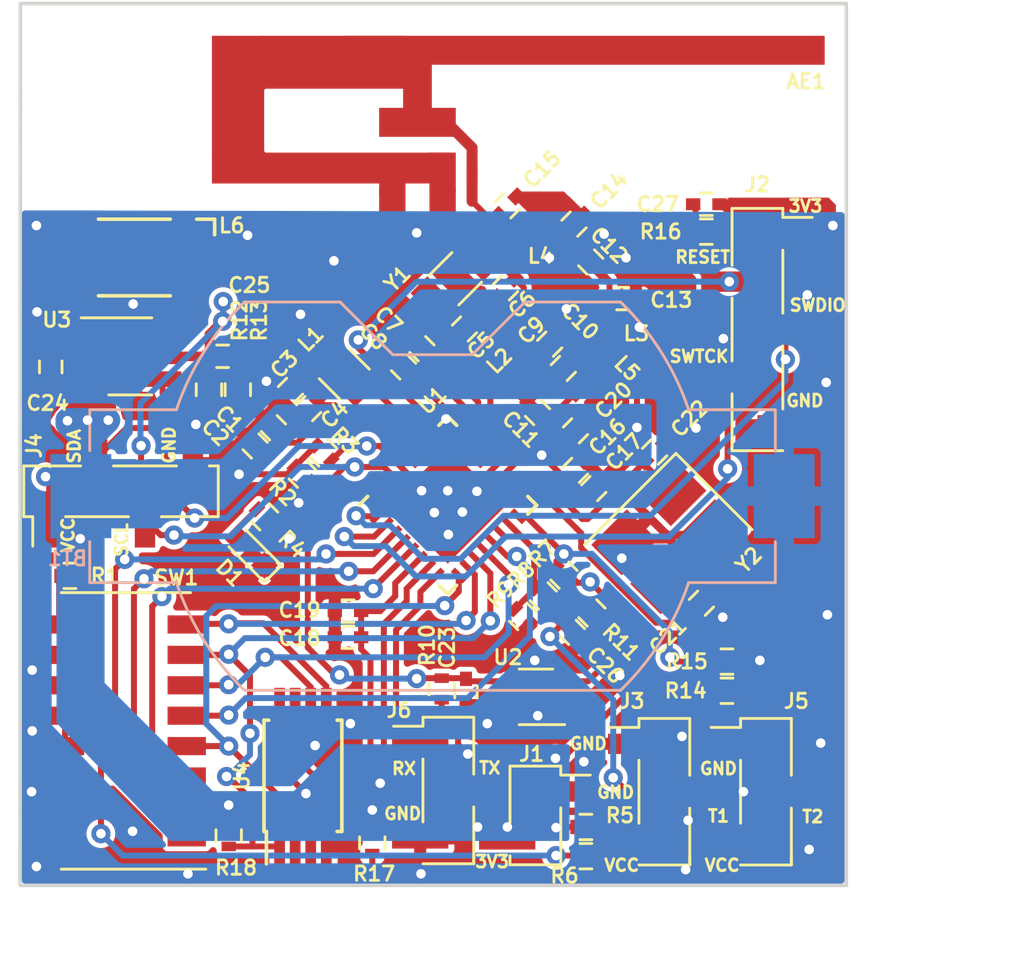
<source format=kicad_pcb>
(kicad_pcb (version 20171130) (host pcbnew "(5.1.2)-2")
  (layers (0 F.Cu signal) (31 B.Cu signal) (34 B.Paste user hide) (35 F.Paste user hide) (36 B.SilkS user) (37 F.SilkS user) (38 B.Mask user hide) (39 F.Mask user hide) (44 Edge.Cuts user))
  (net 0 "")
  (net 1 "Net-(AE1-Pad1)")
  (net 2 +3V3)
  (net 3 GND)
  (net 4 "Net-(C1-Pad1)")
  (net 5 "Net-(C3-Pad1)")
  (net 6 "Net-(C5-Pad1)")
  (net 7 "Net-(C6-Pad1)")
  (net 8 "Net-(C9-Pad2)")
  (net 9 "Net-(C10-Pad1)")
  (net 10 "Net-(C10-Pad2)")
  (net 11 "Net-(C11-Pad2)")
  (net 12 "Net-(C12-Pad2)")
  (net 13 "Net-(C12-Pad1)")
  (net 14 "Net-(C21-Pad1)")
  (net 15 "Net-(C22-Pad1)")
  (net 16 /SR_PWR)
  (net 17 +5V)
  (net 18 /ADC1_IN)
  (net 19 "Net-(D1-Pad2)")
  (net 20 /SW_TCK)
  (net 21 /SW_TDIO)
  (net 22 /RESET)
  (net 23 /GRP_ADD_3)
  (net 24 /CS)
  (net 25 /MOSI)
  (net 26 /CLK)
  (net 27 "Net-(L1-Pad1)")
  (net 28 "Net-(L6-Pad2)")
  (net 29 "Net-(R1-Pad1)")
  (net 30 /I2C1_SCL)
  (net 31 /I2C1_SDA)
  (net 32 "Net-(R8-Pad2)")
  (net 33 "Net-(R11-Pad2)")
  (net 34 "Net-(R12-Pad2)")
  (net 35 /NUM_UNT_3)
  (net 36 /GRP_ADD_2)
  (net 37 /GRP_ADD_1)
  (net 38 /GRP_ADD_0)
  (net 39 "Net-(U1-Pad14)")
  (net 40 /PWM_1)
  (net 41 /PWM_0)
  (net 42 /VCC_S)
  (net 43 "Net-(R14-Pad2)")
  (net 44 "Net-(R17-Pad1)")
  (net 45 /ADC2_IN)
  (module Buttons_Switches_SMD:SW_DIP_x8_W5.08mm_Slide_Copal_CHS-A (layer F.Cu) (at 137.0584 106.3244 180)
    (fp_text reference SW1 (at -2.1082 6.4008 180) (layer F.SilkS) (effects (font (size 0.6 0.6) (thickness 0.12))))
    (fp_text value SW_DIP_x08)
    (pad 16 smd rect (at 2.54 -4.445 180) (size 1.6 0.76) (layers F.Cu F.Paste F.Mask) (net 29 "Net-(R1-Pad1)"))
    (pad 8 smd rect (at -2.54 4.445 180) (size 1.6 0.76) (layers F.Cu F.Paste F.Mask) (net 25 /MOSI))
    (pad 15 smd rect (at 2.54 -3.175 180) (size 1.6 0.76) (layers F.Cu F.Paste F.Mask) (net 29 "Net-(R1-Pad1)"))
    (pad 7 smd rect (at -2.54 3.175 180) (size 1.6 0.76) (layers F.Cu F.Paste F.Mask) (net 24 /CS))
    (pad 14 smd rect (at 2.54 -1.905 180) (size 1.6 0.76) (layers F.Cu F.Paste F.Mask) (net 29 "Net-(R1-Pad1)"))
    (pad 6 smd rect (at -2.54 1.905 180) (size 1.6 0.76) (layers F.Cu F.Paste F.Mask) (net 26 /CLK))
    (pad 13 smd rect (at 2.54 -0.635 180) (size 1.6 0.76) (layers F.Cu F.Paste F.Mask) (net 29 "Net-(R1-Pad1)"))
    (pad 5 smd rect (at -2.54 0.635 180) (size 1.6 0.76) (layers F.Cu F.Paste F.Mask) (net 35 /NUM_UNT_3))
    (pad 12 smd rect (at 2.54 0.635 180) (size 1.6 0.76) (layers F.Cu F.Paste F.Mask) (net 29 "Net-(R1-Pad1)"))
    (pad 4 smd rect (at -2.54 -0.635 180) (size 1.6 0.76) (layers F.Cu F.Paste F.Mask) (net 23 /GRP_ADD_3))
    (pad 11 smd rect (at 2.54 1.905 180) (size 1.6 0.76) (layers F.Cu F.Paste F.Mask) (net 29 "Net-(R1-Pad1)"))
    (pad 3 smd rect (at -2.54 -1.905 180) (size 1.6 0.76) (layers F.Cu F.Paste F.Mask) (net 36 /GRP_ADD_2))
    (pad 10 smd rect (at 2.54 3.175 180) (size 1.6 0.76) (layers F.Cu F.Paste F.Mask) (net 29 "Net-(R1-Pad1)"))
    (pad 2 smd rect (at -2.54 -3.175 180) (size 1.6 0.76) (layers F.Cu F.Paste F.Mask) (net 37 /GRP_ADD_1))
    (pad 9 smd rect (at 2.54 4.445 180) (size 1.6 0.76) (layers F.Cu F.Paste F.Mask) (net 29 "Net-(R1-Pad1)"))
    (pad 1 smd rect (at -2.54 -4.445 180) (size 1.6 0.76) (layers F.Cu F.Paste F.Mask) (net 38 /GRP_ADD_0))
  )
  (module MyLIB:2.4GHz-INVERTED-F-ANTENNA (layer F.Cu) (at 151.511 84.201)
    (fp_text reference AE1 (at 13.9446 -5.0038) (layer F.SilkS) (effects (font (size 0.6 0.6) (thickness 0.12))))
    (fp_text value Antenna_Shield hide)
    (pad 1 smd rect (at -0.495 -2.73 45) (size 0.46 1.4) (layers F.Cu) (net 1 "Net-(AE1-Pad1)"))
    (pad 1 smd rect (at 0 -1.54) (size 0.46 1.39) (layers F.Cu) (net 1 "Net-(AE1-Pad1)"))
    (pad 1 smd rect (at 0 -0.75) (size 0.46 1.5) (layers F.Cu) (net 1 "Net-(AE1-Pad1)"))
    (pad 1 smd circle (at 0 -2.235) (size 0.46 0.46) (layers F.Cu) (net 1 "Net-(AE1-Pad1)"))
    (pad 1 smd rect (at 4.72 -6.305) (size 20 1.21) (layers F.Cu) (net 1 "Net-(AE1-Pad1)"))
    (pad 1 smd rect (at -2.28 -3.295) (size 3.2 1.21) (layers F.Cu) (net 1 "Net-(AE1-Pad1)"))
    (pad 1 smd rect (at -2.28 -4.52) (size 1.2 3) (layers F.Cu) (net 1 "Net-(AE1-Pad1)"))
    (pad 1 smd rect (at -5.8 -5.805) (size 6 2.21) (layers F.Cu) (net 1 "Net-(AE1-Pad1)"))
    (pad 1 smd rect (at -9.77 -4.41) (size 2.18 5) (layers F.Cu) (net 1 "Net-(AE1-Pad1)"))
    (pad 1 smd rect (at -5.86 -1.385) (size 10 1.29) (layers F.Cu) (net 1 "Net-(AE1-Pad1)"))
    (pad 1 smd rect (at -3.33 -1.03) (size 1.1 1.524) (layers F.Cu) (net 1 "Net-(AE1-Pad1)"))
    (pad 1 smd rect (at -1.23 -1.205) (size 1.1 1.651) (layers F.Cu) (net 1 "Net-(AE1-Pad1)"))
    (pad 2 smd rect (at -1.23 0) (size 1.1 1) (layers F.Cu) (net 3 GND))
    (pad 2 smd rect (at -3.33 0) (size 1.1 1) (layers F.Cu) (net 3 GND))
    (pad 1 smd circle (at 0 0) (size 0.46 0.46) (layers F.Cu F.Mask) (net 1 "Net-(AE1-Pad1)"))
  )
  (module Battery:BatteryHolder_Keystone_1058_1x2032 (layer B.Cu) (at 149.86 96.52)
    (fp_text reference BT1 (at -15.24 2.6035) (layer B.SilkS) (effects (font (size 0.6 0.6) (thickness 0.12)) (justify mirror)))
    (fp_text value Battery_Cell)
    (pad 1 smd rect (at -14.68 0) (size 2.54 3.51) (layers B.Cu B.Paste B.Mask) (net 2 +3V3))
    (pad 2 smd rect (at 14.68 0) (size 2.54 3.51) (layers B.Cu B.Paste B.Mask) (net 3 GND))
  )
  (module Capacitors_SMD:C_0402 (layer F.Cu) (at 143.2179 93.6625 135)
    (fp_text reference C1 (at 1.562565 -1.04171 315) (layer F.SilkS) (effects (font (size 0.6 0.6) (thickness 0.12))))
    (fp_text value 100pF)
    (pad 2 smd rect (at 0.55 0 135) (size 0.6 0.5) (layers F.Cu F.Paste F.Mask) (net 3 GND))
    (pad 1 smd rect (at -0.55 0 135) (size 0.6 0.5) (layers F.Cu F.Paste F.Mask) (net 4 "Net-(C1-Pad1)"))
  )
  (module Capacitors_SMD:C_0402 (layer F.Cu) (at 142.4559 94.4245 135)
    (fp_text reference C2 (at 1.580525 -0.772302 135) (layer F.SilkS) (effects (font (size 0.6 0.6) (thickness 0.12))))
    (fp_text value 150nF)
    (pad 1 smd rect (at -0.55 0 135) (size 0.6 0.5) (layers F.Cu F.Paste F.Mask) (net 4 "Net-(C1-Pad1)"))
    (pad 2 smd rect (at 0.55 0 135) (size 0.6 0.5) (layers F.Cu F.Paste F.Mask) (net 3 GND))
  )
  (module Capacitors_SMD:C_0402 (layer F.Cu) (at 143.9291 92.1004 225)
    (fp_text reference C3 (at -0.583717 0.942927 225) (layer F.SilkS) (effects (font (size 0.6 0.6) (thickness 0.12))))
    (fp_text value 1uF)
    (pad 2 smd rect (at 0.55 0 225) (size 0.6 0.5) (layers F.Cu F.Paste F.Mask) (net 3 GND))
    (pad 1 smd rect (at -0.55 0 225) (size 0.6 0.5) (layers F.Cu F.Paste F.Mask) (net 5 "Net-(C3-Pad1)"))
  )
  (module Capacitors_SMD:C_0402 (layer F.Cu) (at 144.6911 92.8624 225)
    (fp_text reference C4 (at -0.583717 -0.942927 45) (layer F.SilkS) (effects (font (size 0.6 0.6) (thickness 0.12))))
    (fp_text value 100nF)
    (pad 1 smd rect (at -0.55 0 225) (size 0.6 0.5) (layers F.Cu F.Paste F.Mask) (net 5 "Net-(C3-Pad1)"))
    (pad 2 smd rect (at 0.55 0 225) (size 0.6 0.5) (layers F.Cu F.Paste F.Mask) (net 3 GND))
  )
  (module Capacitors_SMD:C_0402 (layer F.Cu) (at 151.1935 89.535 45)
    (fp_text reference C5 (at 0 0.987828 45) (layer F.SilkS) (effects (font (size 0.6 0.6) (thickness 0.12))))
    (fp_text value 15pF)
    (pad 2 smd rect (at 0.55 0 45) (size 0.6 0.5) (layers F.Cu F.Paste F.Mask) (net 3 GND))
    (pad 1 smd rect (at -0.55 0 45) (size 0.6 0.5) (layers F.Cu F.Paste F.Mask) (net 6 "Net-(C5-Pad1)"))
  )
  (module Capacitors_SMD:C_0402 (layer F.Cu) (at 152.908 87.8205 225)
    (fp_text reference C6 (at 0 -0.987828 225) (layer F.SilkS) (effects (font (size 0.6 0.6) (thickness 0.12))))
    (fp_text value 15pF)
    (pad 1 smd rect (at -0.55 0 225) (size 0.6 0.5) (layers F.Cu F.Paste F.Mask) (net 7 "Net-(C6-Pad1)"))
    (pad 2 smd rect (at 0.55 0 225) (size 0.6 0.5) (layers F.Cu F.Paste F.Mask) (net 3 GND))
  )
  (module Capacitors_SMD:C_0402 (layer F.Cu) (at 149.4155 90.3605 135)
    (fp_text reference C7 (at 1.840953 -0.134704 135) (layer F.SilkS) (effects (font (size 0.6 0.6) (thickness 0.12))))
    (fp_text value 1uF)
    (pad 1 smd rect (at -0.55 0 135) (size 0.6 0.5) (layers F.Cu F.Paste F.Mask) (net 2 +3V3))
    (pad 2 smd rect (at 0.55 0 135) (size 0.6 0.5) (layers F.Cu F.Paste F.Mask) (net 3 GND))
  )
  (module Capacitors_SMD:C_0402 (layer F.Cu) (at 148.6535 91.1225 135)
    (fp_text reference C8 (at 1.796051 0 135) (layer F.SilkS) (effects (font (size 0.6 0.6) (thickness 0.12))))
    (fp_text value 100nF)
    (pad 1 smd rect (at -0.55 0 135) (size 0.6 0.5) (layers F.Cu F.Paste F.Mask) (net 2 +3V3))
    (pad 2 smd rect (at 0.55 0 135) (size 0.6 0.5) (layers F.Cu F.Paste F.Mask) (net 3 GND))
  )
  (module Capacitors_SMD:C_0402 (layer F.Cu) (at 154.7495 90.17 225)
    (fp_text reference C9 (at 0.134704 0.942927 225) (layer F.SilkS) (effects (font (size 0.6 0.6) (thickness 0.12))))
    (fp_text value 56pF)
    (pad 2 smd rect (at 0.55 0 225) (size 0.6 0.5) (layers F.Cu F.Paste F.Mask) (net 8 "Net-(C9-Pad2)"))
    (pad 1 smd rect (at -0.55 0 225) (size 0.6 0.5) (layers F.Cu F.Paste F.Mask) (net 3 GND))
  )
  (module Capacitors_SMD:C_0402 (layer F.Cu) (at 155.321 91.186 225)
    (fp_text reference C10 (at -1.885854 0.898026 135) (layer F.SilkS) (effects (font (size 0.6 0.6) (thickness 0.12))))
    (fp_text value 1.3pF)
    (pad 2 smd rect (at 0.55 0 225) (size 0.6 0.5) (layers F.Cu F.Paste F.Mask) (net 10 "Net-(C10-Pad2)"))
    (pad 1 smd rect (at -0.55 0 225) (size 0.6 0.5) (layers F.Cu F.Paste F.Mask) (net 9 "Net-(C10-Pad1)"))
  )
  (module Capacitors_SMD:C_0402 (layer F.Cu) (at 154.2415 93.0275 315)
    (fp_text reference C11 (at 0 0.987828 315) (layer F.SilkS) (effects (font (size 0.6 0.6) (thickness 0.12))))
    (fp_text value 0.5pF)
    (pad 2 smd rect (at 0.55 0 315) (size 0.6 0.5) (layers F.Cu F.Paste F.Mask) (net 11 "Net-(C11-Pad2)"))
    (pad 1 smd rect (at -0.55 0 315) (size 0.6 0.5) (layers F.Cu F.Paste F.Mask) (net 10 "Net-(C10-Pad2)"))
  )
  (module Capacitors_SMD:C_0402 (layer F.Cu) (at 156.464 86.741 315)
    (fp_text reference C12 (at 0.044901 -1.032729 315) (layer F.SilkS) (effects (font (size 0.6 0.6) (thickness 0.12))))
    (fp_text value 56pF)
    (pad 1 smd rect (at -0.55 0 315) (size 0.6 0.5) (layers F.Cu F.Paste F.Mask) (net 13 "Net-(C12-Pad1)"))
    (pad 2 smd rect (at 0.55 0 315) (size 0.6 0.5) (layers F.Cu F.Paste F.Mask) (net 12 "Net-(C12-Pad2)"))
  )
  (module Capacitors_SMD:C_0402 (layer F.Cu) (at 157.7975 88.265)
    (fp_text reference C13 (at 2.032 0.0635) (layer F.SilkS) (effects (font (size 0.6 0.6) (thickness 0.12))))
    (fp_text value 0.5pF)
    (pad 2 smd rect (at 0.55 0) (size 0.6 0.5) (layers F.Cu F.Paste F.Mask) (net 3 GND))
    (pad 1 smd rect (at -0.55 0) (size 0.6 0.5) (layers F.Cu F.Paste F.Mask) (net 12 "Net-(C12-Pad2)"))
  )
  (module Capacitors_SMD:C_0402 (layer F.Cu) (at 155.7655 85.1535 45)
    (fp_text reference C14 (at 2.020558 0.044901 45) (layer F.SilkS) (effects (font (size 0.6 0.6) (thickness 0.12))))
    (fp_text value C)
    (pad 2 smd rect (at 0.55 0 45) (size 0.6 0.5) (layers F.Cu F.Paste F.Mask) (net 3 GND))
    (pad 1 smd rect (at -0.55 0 45) (size 0.6 0.5) (layers F.Cu F.Paste F.Mask) (net 13 "Net-(C12-Pad1)"))
  )
  (module Capacitors_SMD:C_0402 (layer F.Cu) (at 152.9715 84.3915 45)
    (fp_text reference C15 (at 2.11036 -0.044901 45) (layer F.SilkS) (effects (font (size 0.6 0.6) (thickness 0.12))))
    (fp_text value 0.5pF)
    (pad 2 smd rect (at 0.55 0 45) (size 0.6 0.5) (layers F.Cu F.Paste F.Mask) (net 3 GND))
    (pad 1 smd rect (at -0.55 0 45) (size 0.6 0.5) (layers F.Cu F.Paste F.Mask) (net 1 "Net-(AE1-Pad1)"))
  )
  (module Capacitors_SMD:C_0402 (layer F.Cu) (at 155.829 95.4405 45)
    (fp_text reference C16 (at 1.930755 -0.044901 45) (layer F.SilkS) (effects (font (size 0.6 0.6) (thickness 0.12))))
    (fp_text value 1uF)
    (pad 2 smd rect (at 0.55 0 45) (size 0.6 0.5) (layers F.Cu F.Paste F.Mask) (net 3 GND))
    (pad 1 smd rect (at -0.55 0 45) (size 0.6 0.5) (layers F.Cu F.Paste F.Mask) (net 2 +3V3))
  )
  (module Capacitors_SMD:C_0402 (layer F.Cu) (at 156.591 96.2025 45)
    (fp_text reference C17 (at 1.975656 -0.179605 45) (layer F.SilkS) (effects (font (size 0.6 0.6) (thickness 0.12))))
    (fp_text value 100nF)
    (pad 1 smd rect (at -0.55 0 45) (size 0.6 0.5) (layers F.Cu F.Paste F.Mask) (net 2 +3V3))
    (pad 2 smd rect (at 0.55 0 45) (size 0.6 0.5) (layers F.Cu F.Paste F.Mask) (net 3 GND))
  )
  (module Capacitors_SMD:C_0402 (layer F.Cu) (at 146.3294 102.4128 180)
    (fp_text reference C18 (at 2.020558 -0.044901 180) (layer F.SilkS) (effects (font (size 0.6 0.6) (thickness 0.12))))
    (fp_text value 1uF)
    (pad 2 smd rect (at 0.55 0 180) (size 0.6 0.5) (layers F.Cu F.Paste F.Mask) (net 3 GND))
    (pad 1 smd rect (at -0.55 0 180) (size 0.6 0.5) (layers F.Cu F.Paste F.Mask) (net 2 +3V3))
  )
  (module Capacitors_SMD:C_0402 (layer F.Cu) (at 146.3294 101.3206 180)
    (fp_text reference C19 (at 2.020558 0.044901 180) (layer F.SilkS) (effects (font (size 0.6 0.6) (thickness 0.12))))
    (fp_text value 100nF)
    (pad 1 smd rect (at -0.55 0 180) (size 0.6 0.5) (layers F.Cu F.Paste F.Mask) (net 2 +3V3))
    (pad 2 smd rect (at 0.55 0 180) (size 0.6 0.5) (layers F.Cu F.Paste F.Mask) (net 3 GND))
  )
  (module Capacitors_SMD:C_0402 (layer F.Cu) (at 155.829 93.7895 45)
    (fp_text reference C20 (at 2.020558 0.224506 45) (layer F.SilkS) (effects (font (size 0.6 0.6) (thickness 0.12))))
    (fp_text value 1.3pF)
    (pad 1 smd rect (at -0.55 0 45) (size 0.6 0.5) (layers F.Cu F.Paste F.Mask) (net 11 "Net-(C11-Pad2)"))
    (pad 2 smd rect (at 0.55 0 45) (size 0.6 0.5) (layers F.Cu F.Paste F.Mask) (net 3 GND))
  )
  (module Capacitors_SMD:C_0402 (layer F.Cu) (at 161.0868 100.9904 45)
    (fp_text reference C21 (at -1.975656 0 45) (layer F.SilkS) (effects (font (size 0.6 0.6) (thickness 0.12))))
    (fp_text value 15pF)
    (pad 1 smd rect (at -0.55 0 45) (size 0.6 0.5) (layers F.Cu F.Paste F.Mask) (net 14 "Net-(C21-Pad1)"))
    (pad 2 smd rect (at 0.55 0 45) (size 0.6 0.5) (layers F.Cu F.Paste F.Mask) (net 3 GND))
  )
  (module Capacitors_SMD:C_0402 (layer F.Cu) (at 159.131 94.6785 45)
    (fp_text reference C22 (at 2.020558 0.044901 45) (layer F.SilkS) (effects (font (size 0.6 0.6) (thickness 0.12))))
    (fp_text value 15pF)
    (pad 1 smd rect (at -0.55 0 45) (size 0.6 0.5) (layers F.Cu F.Paste F.Mask) (net 15 "Net-(C22-Pad1)"))
    (pad 2 smd rect (at 0.55 0 45) (size 0.6 0.5) (layers F.Cu F.Paste F.Mask) (net 3 GND))
  )
  (module Capacitors_SMD:C_0402 (layer F.Cu) (at 151.257 104.6988 270)
    (fp_text reference C23 (at -1.8542 0.7874 270) (layer F.SilkS) (effects (font (size 0.6 0.6) (thickness 0.12))))
    (fp_text value 100nF)
    (pad 2 smd rect (at 0.55 0 270) (size 0.6 0.5) (layers F.Cu F.Paste F.Mask) (net 3 GND))
    (pad 1 smd rect (at -0.55 0 270) (size 0.6 0.5) (layers F.Cu F.Paste F.Mask) (net 16 /SR_PWR))
  )
  (module Capacitors_SMD:C_0402 (layer F.Cu) (at 133.9215 91.1225 90)
    (fp_text reference C24 (at -1.5113 -0.1397 180) (layer F.SilkS) (effects (font (size 0.6 0.6) (thickness 0.12))))
    (fp_text value 4.7uF)
    (pad 1 smd rect (at -0.55 0 90) (size 0.6 0.5) (layers F.Cu F.Paste F.Mask) (net 2 +3V3))
    (pad 2 smd rect (at 0.55 0 90) (size 0.6 0.5) (layers F.Cu F.Paste F.Mask) (net 3 GND))
  )
  (module Capacitors_SMD:C_0402 (layer F.Cu) (at 141.097 90.678)
    (fp_text reference C25 (at 1.1176 -2.9718) (layer F.SilkS) (effects (font (size 0.6 0.6) (thickness 0.12))))
    (fp_text value 10uF)
    (pad 2 smd rect (at 0.55 0) (size 0.6 0.5) (layers F.Cu F.Paste F.Mask) (net 3 GND))
    (pad 1 smd rect (at -0.55 0) (size 0.6 0.5) (layers F.Cu F.Paste F.Mask) (net 17 +5V))
  )
  (module Capacitors_SMD:C_0402 (layer F.Cu) (at 155.702 102.2096 315)
    (fp_text reference C26 (at 1.939735 0 315) (layer F.SilkS) (effects (font (size 0.6 0.6) (thickness 0.12))))
    (fp_text value 100nF)
    (pad 1 smd rect (at -0.55 0 315) (size 0.6 0.5) (layers F.Cu F.Paste F.Mask) (net 18 /ADC1_IN))
    (pad 2 smd rect (at 0.55 0 315) (size 0.6 0.5) (layers F.Cu F.Paste F.Mask) (net 3 GND))
  )
  (module Resistors_SMD:R_0402_NoSilk (layer F.Cu) (at 153.3525 91.567 45)
    (fp_text reference L2 (at 0 -0.987828 45) (layer F.SilkS) (effects (font (size 0.6 0.6) (thickness 0.12))))
    (fp_text value 1.3nH)
    (pad 2 smd rect (at 0.45 0 45) (size 0.4 0.6) (layers F.Cu F.Paste F.Mask) (net 8 "Net-(C9-Pad2)"))
    (pad 1 smd rect (at -0.45 0 45) (size 0.4 0.6) (layers F.Cu F.Paste F.Mask) (net 10 "Net-(C10-Pad2)"))
  )
  (module Resistors_SMD:R_0402_NoSilk (layer F.Cu) (at 157.2895 89.7255 90)
    (fp_text reference L3 (at 0 1.0795 180) (layer F.SilkS) (effects (font (size 0.6 0.6) (thickness 0.12))))
    (fp_text value 1.3nH)
    (pad 1 smd rect (at -0.45 0 90) (size 0.4 0.6) (layers F.Cu F.Paste F.Mask) (net 9 "Net-(C10-Pad1)"))
    (pad 2 smd rect (at 0.45 0 90) (size 0.4 0.6) (layers F.Cu F.Paste F.Mask) (net 12 "Net-(C12-Pad2)"))
  )
  (module Resistors_SMD:R_0402_NoSilk (layer F.Cu) (at 153.8605 85.471 180)
    (fp_text reference L4 (at -0.508 -1.016 180) (layer F.SilkS) (effects (font (size 0.6 0.6) (thickness 0.12))))
    (fp_text value 5.6nH)
    (pad 2 smd rect (at 0.45 0 180) (size 0.4 0.6) (layers F.Cu F.Paste F.Mask) (net 1 "Net-(AE1-Pad1)"))
    (pad 1 smd rect (at -0.45 0 180) (size 0.4 0.6) (layers F.Cu F.Paste F.Mask) (net 13 "Net-(C12-Pad1)"))
  )
  (module Resistors_SMD:R_0402_NoSilk (layer F.Cu) (at 156.083 91.948 45)
    (fp_text reference L5 (at 1.885854 0.808223 135) (layer F.SilkS) (effects (font (size 0.6 0.6) (thickness 0.12))))
    (fp_text value 2.4nH)
    (pad 1 smd rect (at -0.45 0 45) (size 0.4 0.6) (layers F.Cu F.Paste F.Mask) (net 11 "Net-(C11-Pad2)"))
    (pad 2 smd rect (at 0.45 0 45) (size 0.4 0.6) (layers F.Cu F.Paste F.Mask) (net 9 "Net-(C10-Pad1)"))
  )
  (module Inductors:Inductor_1212 (layer F.Cu) (at 137.414 86.5505 180)
    (fp_text reference L6 (at -4.064 1.3335 180) (layer F.SilkS) (effects (font (size 0.6 0.6) (thickness 0.12))))
    (fp_text value 4.7uH)
    (pad 2 smd rect (at 1.75 0 180) (size 2.5 2.5) (layers F.Cu F.Paste F.Mask) (net 28 "Net-(L6-Pad2)"))
    (pad 1 smd rect (at -1.75 0 180) (size 2.5 2.5) (layers F.Cu F.Paste F.Mask) (net 2 +3V3))
  )
  (module Resistors_SMD:R_0402 (layer F.Cu) (at 134.7216 99.8474)
    (fp_text reference R1 (at 1.4605 0) (layer F.SilkS) (effects (font (size 0.6 0.6) (thickness 0.12))))
    (fp_text value 309k)
    (pad 1 smd rect (at -0.45 0) (size 0.4 0.6) (layers F.Cu F.Paste F.Mask) (net 29 "Net-(R1-Pad1)"))
    (pad 2 smd rect (at 0.45 0) (size 0.4 0.6) (layers F.Cu F.Paste F.Mask) (net 2 +3V3))
  )
  (module Resistors_SMD:R_0402 (layer F.Cu) (at 144.4244 95.6056 315)
    (fp_text reference R2 (at -0.044901 1.122532 315) (layer F.SilkS) (effects (font (size 0.6 0.6) (thickness 0.12))))
    (fp_text value 1k)
    (pad 1 smd rect (at -0.45 0 315) (size 0.4 0.6) (layers F.Cu F.Paste F.Mask) (net 2 +3V3))
    (pad 2 smd rect (at 0.45 0 315) (size 0.4 0.6) (layers F.Cu F.Paste F.Mask) (net 30 /I2C1_SCL))
  )
  (module Resistors_SMD:R_0402 (layer F.Cu) (at 145.3134 94.7166 315)
    (fp_text reference R3 (at 0.269408 -0.987828 315) (layer F.SilkS) (effects (font (size 0.6 0.6) (thickness 0.12))))
    (fp_text value 1k)
    (pad 2 smd rect (at 0.45 0 315) (size 0.4 0.6) (layers F.Cu F.Paste F.Mask) (net 31 /I2C1_SDA))
    (pad 1 smd rect (at -0.45 0 315) (size 0.4 0.6) (layers F.Cu F.Paste F.Mask) (net 2 +3V3))
  )
  (module Resistors_SMD:R_0402 (layer F.Cu) (at 142.8496 97.3836 135)
    (fp_text reference R4 (at -1.616446 0 135) (layer F.SilkS) (effects (font (size 0.6 0.6) (thickness 0.12))))
    (fp_text value 1k)
    (pad 2 smd rect (at 0.45 0 135) (size 0.4 0.6) (layers F.Cu F.Paste F.Mask) (net 19 "Net-(D1-Pad2)"))
    (pad 1 smd rect (at -0.45 0 135) (size 0.4 0.6) (layers F.Cu F.Paste F.Mask) (net 16 /SR_PWR))
  )
  (module Resistors_SMD:R_0402 (layer F.Cu) (at 156.2608 110.3376)
    (fp_text reference R5 (at 1.4224 -0.4826) (layer F.SilkS) (effects (font (size 0.6 0.6) (thickness 0.12))))
    (fp_text value 0R)
    (pad 2 smd rect (at 0.45 0) (size 0.4 0.6) (layers F.Cu F.Paste F.Mask) (net 42 /VCC_S))
    (pad 1 smd rect (at -0.45 0) (size 0.4 0.6) (layers F.Cu F.Paste F.Mask) (net 2 +3V3))
  )
  (module Resistors_SMD:R_0402 (layer F.Cu) (at 156.2608 111.5568)
    (fp_text reference R6 (at -0.889 0.8128) (layer F.SilkS) (effects (font (size 0.6 0.6) (thickness 0.12))))
    (fp_text value 0R)
    (pad 1 smd rect (at -0.45 0) (size 0.4 0.6) (layers F.Cu F.Paste F.Mask) (net 17 +5V))
    (pad 2 smd rect (at 0.45 0) (size 0.4 0.6) (layers F.Cu F.Paste F.Mask) (net 42 /VCC_S))
  )
  (module Resistors_SMD:R_0402 (layer F.Cu) (at 155.3464 99.822 135)
    (fp_text reference R7 (at 1.257236 0 225) (layer F.SilkS) (effects (font (size 0.6 0.6) (thickness 0.12))))
    (fp_text value 10k)
    (pad 2 smd rect (at 0.45 0 135) (size 0.4 0.6) (layers F.Cu F.Paste F.Mask) (net 43 "Net-(R14-Pad2)"))
    (pad 1 smd rect (at -0.45 0 135) (size 0.4 0.6) (layers F.Cu F.Paste F.Mask) (net 2 +3V3))
  )
  (module Resistors_SMD:R_0402 (layer F.Cu) (at 154.4828 100.6856 135)
    (fp_text reference R8 (at 1.257236 -0.035921 225) (layer F.SilkS) (effects (font (size 0.6 0.6) (thickness 0.12))))
    (fp_text value R)
    (pad 1 smd rect (at -0.45 0 135) (size 0.4 0.6) (layers F.Cu F.Paste F.Mask) (net 18 /ADC1_IN))
    (pad 2 smd rect (at 0.45 0 135) (size 0.4 0.6) (layers F.Cu F.Paste F.Mask) (net 32 "Net-(R8-Pad2)"))
  )
  (module Resistors_SMD:R_0402 (layer F.Cu) (at 153.6192 101.5492 315)
    (fp_text reference R9 (at -1.293157 0 45) (layer F.SilkS) (effects (font (size 0.6 0.6) (thickness 0.12))))
    (fp_text value R)
    (pad 1 smd rect (at -0.45 0 315) (size 0.4 0.6) (layers F.Cu F.Paste F.Mask) (net 32 "Net-(R8-Pad2)"))
    (pad 2 smd rect (at 0.45 0 315) (size 0.4 0.6) (layers F.Cu F.Paste F.Mask) (net 3 GND))
  )
  (module Resistors_SMD:R_0402 (layer F.Cu) (at 150.241 104.5718 90)
    (fp_text reference R10 (at 1.8288 -0.6096 90) (layer F.SilkS) (effects (font (size 0.6 0.6) (thickness 0.12))))
    (fp_text value 0R)
    (pad 1 smd rect (at -0.45 0 90) (size 0.4 0.6) (layers F.Cu F.Paste F.Mask) (net 2 +3V3))
    (pad 2 smd rect (at 0.45 0 90) (size 0.4 0.6) (layers F.Cu F.Paste F.Mask) (net 16 /SR_PWR))
  )
  (module Resistors_SMD:R_0402 (layer F.Cu) (at 156.5148 101.3968 315)
    (fp_text reference R11 (at 1.724209 0 315) (layer F.SilkS) (effects (font (size 0.6 0.6) (thickness 0.12))))
    (fp_text value 1k)
    (pad 2 smd rect (at 0.45 0 315) (size 0.4 0.6) (layers F.Cu F.Paste F.Mask) (net 33 "Net-(R11-Pad2)"))
    (pad 1 smd rect (at -0.45 0 315) (size 0.4 0.6) (layers F.Cu F.Paste F.Mask) (net 18 /ADC1_IN))
  )
  (module Resistors_SMD:R_0402 (layer F.Cu) (at 140.5255 92.075 270)
    (fp_text reference R12 (at -2.8956 -1.2827 270) (layer F.SilkS) (effects (font (size 0.6 0.6) (thickness 0.12))))
    (fp_text value 9.76k)
    (pad 1 smd rect (at -0.45 0 270) (size 0.4 0.6) (layers F.Cu F.Paste F.Mask) (net 17 +5V))
    (pad 2 smd rect (at 0.45 0 270) (size 0.4 0.6) (layers F.Cu F.Paste F.Mask) (net 34 "Net-(R12-Pad2)"))
  )
  (module Resistors_SMD:R_0402 (layer F.Cu) (at 141.732 92.075 270)
    (fp_text reference R13 (at -2.8956 -0.889 270) (layer F.SilkS) (effects (font (size 0.6 0.6) (thickness 0.12))))
    (fp_text value 309k)
    (pad 2 smd rect (at 0.45 0 270) (size 0.4 0.6) (layers F.Cu F.Paste F.Mask) (net 34 "Net-(R12-Pad2)"))
    (pad 1 smd rect (at -0.45 0 270) (size 0.4 0.6) (layers F.Cu F.Paste F.Mask) (net 3 GND))
  )
  (module MyLIB:QFN-32-1EP_5x5mm_Pitch0.5mm (layer F.Cu) (at 150.495 96.901 45)
    (fp_text reference U1 (at 2.649176 -3.547201 45) (layer F.SilkS) (effects (font (size 0.6 0.6) (thickness 0.12))))
    (fp_text value BlueNRG-1)
    (pad 33 smd rect (at -0.8625 -0.8625 45) (size 1.725 1.725) (layers F.Cu F.Paste F.Mask) (net 3 GND))
    (pad 33 smd rect (at -0.8625 0.8625 45) (size 1.725 1.725) (layers F.Cu F.Paste F.Mask) (net 3 GND))
    (pad 33 smd rect (at 0.8625 -0.8625 45) (size 1.725 1.725) (layers F.Cu F.Paste F.Mask) (net 3 GND))
    (pad 33 smd rect (at 0.8625 0.8625 45) (size 1.725 1.725) (layers F.Cu F.Paste F.Mask) (net 3 GND))
    (pad 32 smd rect (at -1.75 -2.4 135) (size 0.7 0.25) (layers F.Cu F.Paste F.Mask) (net 16 /SR_PWR))
    (pad 31 smd rect (at -1.25 -2.4 135) (size 0.7 0.25) (layers F.Cu F.Paste F.Mask) (net 3 GND))
    (pad 30 smd rect (at -0.75 -2.4 135) (size 0.7 0.25) (layers F.Cu F.Paste F.Mask) (net 30 /I2C1_SCL))
    (pad 29 smd rect (at -0.25 -2.4 135) (size 0.7 0.25) (layers F.Cu F.Paste F.Mask) (net 31 /I2C1_SDA))
    (pad 28 smd rect (at 0.25 -2.4 135) (size 0.7 0.25) (layers F.Cu F.Paste F.Mask) (net 4 "Net-(C1-Pad1)"))
    (pad 27 smd rect (at 0.75 -2.4 135) (size 0.7 0.25) (layers F.Cu F.Paste F.Mask) (net 5 "Net-(C3-Pad1)"))
    (pad 26 smd rect (at 1.25 -2.4 135) (size 0.7 0.25) (layers F.Cu F.Paste F.Mask) (net 27 "Net-(L1-Pad1)"))
    (pad 25 smd rect (at 1.75 -2.4 135) (size 0.7 0.25) (layers F.Cu F.Paste F.Mask) (net 22 /RESET))
    (pad 24 smd rect (at 2.4 -1.75 45) (size 0.7 0.25) (layers F.Cu F.Paste F.Mask) (net 2 +3V3))
    (pad 23 smd rect (at 2.4 -1.25 45) (size 0.7 0.25) (layers F.Cu F.Paste F.Mask) (net 6 "Net-(C5-Pad1)"))
    (pad 22 smd rect (at 2.4 -0.75 45) (size 0.7 0.25) (layers F.Cu F.Paste F.Mask) (net 7 "Net-(C6-Pad1)"))
    (pad 21 smd rect (at 2.4 -0.25 45) (size 0.7 0.25) (layers F.Cu F.Paste F.Mask) (net 10 "Net-(C10-Pad2)"))
    (pad 20 smd rect (at 2.4 0.25 45) (size 0.7 0.25) (layers F.Cu F.Paste F.Mask) (net 11 "Net-(C11-Pad2)"))
    (pad 19 smd rect (at 2.4 0.75 45) (size 0.7 0.25) (layers F.Cu F.Paste F.Mask) (net 2 +3V3))
    (pad 18 smd rect (at 2.4 1.25 45) (size 0.7 0.25) (layers F.Cu F.Paste F.Mask) (net 15 "Net-(C22-Pad1)"))
    (pad 17 smd rect (at 2.4 1.75 45) (size 0.7 0.25) (layers F.Cu F.Paste F.Mask) (net 14 "Net-(C21-Pad1)"))
    (pad 16 smd rect (at 1.75 2.4 135) (size 0.7 0.25) (layers F.Cu F.Paste F.Mask) (net 43 "Net-(R14-Pad2)"))
    (pad 15 smd rect (at 1.25 2.4 135) (size 0.7 0.25) (layers F.Cu F.Paste F.Mask) (net 32 "Net-(R8-Pad2)"))
    (pad 14 smd rect (at 0.75 2.4 135) (size 0.7 0.25) (layers F.Cu F.Paste F.Mask) (net 39 "Net-(U1-Pad14)"))
    (pad 13 smd rect (at 0.25 2.4 135) (size 0.7 0.25) (layers F.Cu F.Paste F.Mask) (net 35 /NUM_UNT_3))
    (pad 12 smd rect (at -0.25 2.4 135) (size 0.7 0.25) (layers F.Cu F.Paste F.Mask) (net 26 /CLK))
    (pad 11 smd rect (at -0.75 2.4 135) (size 0.7 0.25) (layers F.Cu F.Paste F.Mask) (net 24 /CS))
    (pad 10 smd rect (at -1.25 2.4 135) (size 0.7 0.25) (layers F.Cu F.Paste F.Mask) (net 25 /MOSI))
    (pad 9 smd rect (at -1.75 2.4 135) (size 0.7 0.25) (layers F.Cu F.Paste F.Mask) (net 23 /GRP_ADD_3))
    (pad 8 smd rect (at -2.4 1.75 45) (size 0.7 0.25) (layers F.Cu F.Paste F.Mask) (net 40 /PWM_1))
    (pad 7 smd rect (at -2.4 1.25 45) (size 0.7 0.25) (layers F.Cu F.Paste F.Mask) (net 41 /PWM_0))
    (pad 6 smd rect (at -2.4 0.75 45) (size 0.7 0.25) (layers F.Cu F.Paste F.Mask) (net 2 +3V3))
    (pad 5 smd rect (at -2.4 0.25 45) (size 0.7 0.25) (layers F.Cu F.Paste F.Mask) (net 36 /GRP_ADD_2))
    (pad 4 smd rect (at -2.4 -0.25 45) (size 0.7 0.25) (layers F.Cu F.Paste F.Mask) (net 37 /GRP_ADD_1))
    (pad 3 smd rect (at -2.4 -0.75 45) (size 0.7 0.25) (layers F.Cu F.Paste F.Mask) (net 38 /GRP_ADD_0))
    (pad 2 smd rect (at -2.4 -1.25 45) (size 0.7 0.25) (layers F.Cu F.Paste F.Mask) (net 20 /SW_TCK))
    (pad 1 smd rect (at -2.4 -1.75 45) (size 0.7 0.25) (layers F.Cu F.Paste F.Mask) (net 21 /SW_TDIO))
  )
  (module TO_SOT_Packages_SMD:SOT-23-6_Handsoldering (layer F.Cu) (at 137.24 90.6805)
    (fp_text reference U3 (at -3.0645 -1.5265) (layer F.SilkS) (effects (font (size 0.6 0.6) (thickness 0.12))))
    (fp_text value MCP1640BCH)
    (pad 5 smd rect (at 1.35 0) (size 1.56 0.65) (layers F.Cu F.Paste F.Mask) (net 17 +5V))
    (pad 6 smd rect (at 1.35 -0.95) (size 1.56 0.65) (layers F.Cu F.Paste F.Mask) (net 2 +3V3))
    (pad 4 smd rect (at 1.35 0.95) (size 1.56 0.65) (layers F.Cu F.Paste F.Mask) (net 34 "Net-(R12-Pad2)"))
    (pad 3 smd rect (at -1.35 0.95) (size 1.56 0.65) (layers F.Cu F.Paste F.Mask) (net 2 +3V3))
    (pad 2 smd rect (at -1.35 0) (size 1.56 0.65) (layers F.Cu F.Paste F.Mask) (net 3 GND))
    (pad 1 smd rect (at -1.35 -0.95) (size 1.56 0.65) (layers F.Cu F.Paste F.Mask) (net 28 "Net-(L6-Pad2)"))
  )
  (module Crystals:Crystal_SMD_3215-2pin_3.2x1.5mm (layer F.Cu) (at 150.8125 87.4395 225)
    (fp_text reference Y1 (at 1.706249 1.706249 225) (layer F.SilkS) (effects (font (size 0.6 0.6) (thickness 0.12))))
    (fp_text value Crystal_Small)
    (pad 2 smd rect (at -1.249999 0 225) (size 1 1.8) (layers F.Cu F.Paste F.Mask) (net 7 "Net-(C6-Pad1)"))
    (pad 1 smd rect (at 1.249999 0 225) (size 1 1.8) (layers F.Cu F.Paste F.Mask) (net 6 "Net-(C5-Pad1)"))
  )
  (module Crystals:Crystal_SMD_3225-4pin_3.2x2.5mm_HandSoldering (layer F.Cu) (at 159.7025 98.2345 225)
    (fp_text reference Y2 (at -1.706249 -3.053287 225) (layer F.SilkS) (effects (font (size 0.6 0.6) (thickness 0.12))))
    (fp_text value Crystal_GND24_Small)
    (pad 4 smd rect (at -1.45 -1.15 225) (size 2.1 1.8) (layers F.Cu F.Paste F.Mask) (net 3 GND))
    (pad 3 smd rect (at 1.45 -1.15 225) (size 2.1 1.8) (layers F.Cu F.Paste F.Mask) (net 14 "Net-(C21-Pad1)"))
    (pad 2 smd rect (at 1.45 1.15 225) (size 2.1 1.8) (layers F.Cu F.Paste F.Mask) (net 3 GND))
    (pad 1 smd rect (at -1.45 1.15 225) (size 2.1 1.8) (layers F.Cu F.Paste F.Mask) (net 15 "Net-(C22-Pad1)"))
  )
  (module Resistors_SMD:R_0402 (layer F.Cu) (at 162.1536 104.648 180)
    (fp_text reference R14 (at 1.7272 0 180) (layer F.SilkS) (effects (font (size 0.6 0.6) (thickness 0.12))))
    (fp_text value R)
    (pad 2 smd rect (at 0.45 0 180) (size 0.4 0.6) (layers F.Cu F.Paste F.Mask) (net 43 "Net-(R14-Pad2)"))
    (pad 1 smd rect (at -0.45 0 180) (size 0.4 0.6) (layers F.Cu F.Paste F.Mask) (net 45 /ADC2_IN))
  )
  (module Resistors_SMD:R_0402 (layer F.Cu) (at 162.1536 103.4288)
    (fp_text reference R15 (at -1.6764 0) (layer F.SilkS) (effects (font (size 0.6 0.6) (thickness 0.12))))
    (fp_text value R)
    (pad 1 smd rect (at -0.45 0) (size 0.4 0.6) (layers F.Cu F.Paste F.Mask) (net 43 "Net-(R14-Pad2)"))
    (pad 2 smd rect (at 0.45 0) (size 0.4 0.6) (layers F.Cu F.Paste F.Mask) (net 3 GND))
  )
  (module Pin_Headers:Pin_Header_Straight_1x02_Pitch2.00mm_SMD_Pin1Right (layer F.Cu) (at 154.1526 109.855)
    (fp_text reference J1 (at -0.1524 -2.5654) (layer F.SilkS) (effects (font (size 0.6 0.6) (thickness 0.12))))
    (fp_text value Conn_01x02_Female)
    (pad 1 smd rect (at 1.175 -1) (size 2.35 0.85) (layers F.Cu F.Paste F.Mask) (net 3 GND))
    (pad 2 smd rect (at -1.175 1) (size 2.35 0.85) (layers F.Cu F.Paste F.Mask) (net 2 +3V3))
  )
  (module Pin_Headers:Pin_Header_Straight_1x05_Pitch2.00mm_SMD_Pin1Right (layer F.Cu) (at 163.4236 89.5604)
    (fp_text reference J2 (at 0 -6.06) (layer F.SilkS) (effects (font (size 0.6 0.6) (thickness 0.12))))
    (fp_text value Conn_01x05_Male)
    (pad 5 smd rect (at 1.175 4) (size 2.35 0.85) (layers F.Cu F.Paste F.Mask) (net 3 GND))
    (pad 3 smd rect (at 1.175 0) (size 2.35 0.85) (layers F.Cu F.Paste F.Mask) (net 21 /SW_TDIO))
    (pad 1 smd rect (at 1.175 -4) (size 2.35 0.85) (layers F.Cu F.Paste F.Mask) (net 2 +3V3))
    (pad 4 smd rect (at -1.175 2) (size 2.35 0.85) (layers F.Cu F.Paste F.Mask) (net 20 /SW_TCK))
    (pad 2 smd rect (at -1.175 -2) (size 2.35 0.85) (layers F.Cu F.Paste F.Mask) (net 22 /RESET))
  )
  (module Capacitors_SMD:C_0402 (layer F.Cu) (at 161.29 84.328)
    (fp_text reference C27 (at -2.032 0) (layer F.SilkS) (effects (font (size 0.6 0.6) (thickness 0.12))))
    (fp_text value 100nF)
    (pad 2 smd rect (at 0.55 0) (size 0.6 0.5) (layers F.Cu F.Paste F.Mask) (net 3 GND))
    (pad 1 smd rect (at -0.55 0) (size 0.6 0.5) (layers F.Cu F.Paste F.Mask) (net 22 /RESET))
  )
  (module Resistors_SMD:R_0402 (layer F.Cu) (at 161.29 85.471)
    (fp_text reference R16 (at -1.905 0) (layer F.SilkS) (effects (font (size 0.6 0.6) (thickness 0.12))))
    (fp_text value 10k)
    (pad 2 smd rect (at 0.45 0) (size 0.4 0.6) (layers F.Cu F.Paste F.Mask) (net 2 +3V3))
    (pad 1 smd rect (at -0.45 0) (size 0.4 0.6) (layers F.Cu F.Paste F.Mask) (net 22 /RESET))
  )
  (module Resistors_SMD:R_0402 (layer F.Cu) (at 147.3454 110.998 90)
    (fp_text reference R17 (at -1.2954 0.0762) (layer F.SilkS) (effects (font (size 0.6 0.6) (thickness 0.12))))
    (fp_text value 10k)
    (pad 2 smd rect (at 0.45 0 90) (size 0.4 0.6) (layers F.Cu F.Paste F.Mask) (net 2 +3V3))
    (pad 1 smd rect (at -0.45 0 90) (size 0.4 0.6) (layers F.Cu F.Paste F.Mask) (net 44 "Net-(R17-Pad1)"))
  )
  (module Housings_SSOP:TSSOP-8_4.4x3mm_Pitch0.65mm (layer F.Cu) (at 144.4498 108.2004 90)
    (fp_text reference U4 (at 0 -2.55 90) (layer F.SilkS) (effects (font (size 0.6 0.6) (thickness 0.12))))
    (fp_text value AT25xxx)
    (pad 8 smd rect (at 2.95 -0.975 90) (size 1.45 0.45) (layers F.Cu F.Paste F.Mask) (net 2 +3V3))
    (pad 7 smd rect (at 2.95 -0.325 90) (size 1.45 0.45) (layers F.Cu F.Paste F.Mask) (net 44 "Net-(R17-Pad1)"))
    (pad 6 smd rect (at 2.95 0.325 90) (size 1.45 0.45) (layers F.Cu F.Paste F.Mask) (net 26 /CLK))
    (pad 5 smd rect (at 2.95 0.975 90) (size 1.45 0.45) (layers F.Cu F.Paste F.Mask) (net 25 /MOSI))
    (pad 4 smd rect (at -2.95 0.975 90) (size 1.45 0.45) (layers F.Cu F.Paste F.Mask) (net 3 GND))
    (pad 3 smd rect (at -2.95 0.325 90) (size 1.45 0.45) (layers F.Cu F.Paste F.Mask) (net 44 "Net-(R17-Pad1)"))
    (pad 2 smd rect (at -2.95 -0.325 90) (size 1.45 0.45) (layers F.Cu F.Paste F.Mask) (net 23 /GRP_ADD_3))
    (pad 1 smd rect (at -2.95 -0.975 90) (size 1.45 0.45) (layers F.Cu F.Paste F.Mask) (net 24 /CS))
  )
  (module Resistors_SMD:R_0402 (layer F.Cu) (at 141.351 110.7004 90)
    (fp_text reference R18 (at -1.339 0.3048 180) (layer F.SilkS) (effects (font (size 0.6 0.6) (thickness 0.12))))
    (fp_text value 10k)
    (pad 1 smd rect (at -0.45 0 90) (size 0.4 0.6) (layers F.Cu F.Paste F.Mask) (net 24 /CS))
    (pad 2 smd rect (at 0.45 0 90) (size 0.4 0.6) (layers F.Cu F.Paste F.Mask) (net 2 +3V3))
  )
  (module Pin_Headers:Pin_Header_Straight_1x04_Pitch2.00mm_SMD_Pin1Left (layer F.Cu) (at 136.8552 96.3168 90)
    (fp_text reference J4 (at 1.905 -3.6322 90) (layer F.SilkS) (effects (font (size 0.6 0.6) (thickness 0.12))))
    (fp_text value Conn_01x04_Male)
    (pad 4 smd rect (at 1.175 3 90) (size 2.35 0.85) (layers F.Cu F.Paste F.Mask) (net 3 GND))
    (pad 2 smd rect (at 1.175 -1 90) (size 2.35 0.85) (layers F.Cu F.Paste F.Mask) (net 31 /I2C1_SDA))
    (pad 3 smd rect (at -1.175 1 90) (size 2.35 0.85) (layers F.Cu F.Paste F.Mask) (net 30 /I2C1_SCL))
    (pad 1 smd rect (at -1.175 -3 90) (size 2.35 0.85) (layers F.Cu F.Paste F.Mask) (net 2 +3V3))
  )
  (module Pin_Headers:Pin_Header_Straight_1x03_Pitch2.00mm_SMD_Pin1Left (layer F.Cu) (at 150.5204 108.8136)
    (fp_text reference J6 (at -2.0574 -3.3528) (layer F.SilkS) (effects (font (size 0.6 0.6) (thickness 0.12))))
    (fp_text value Conn_01x03_Male)
    (pad 2 smd rect (at 1.175 0) (size 2.35 0.85) (layers F.Cu F.Paste F.Mask) (net 41 /PWM_0))
    (pad 3 smd rect (at -1.175 2) (size 2.35 0.85) (layers F.Cu F.Paste F.Mask) (net 3 GND))
    (pad 1 smd rect (at -1.175 -2) (size 2.35 0.85) (layers F.Cu F.Paste F.Mask) (net 40 /PWM_1))
  )
  (module Pin_Headers:Pin_Header_Straight_1x03_Pitch2.00mm_SMD_Pin1Left (layer F.Cu) (at 159.5374 108.8644)
    (fp_text reference J3 (at -1.3462 -3.7846) (layer F.SilkS) (effects (font (size 0.6 0.6) (thickness 0.12))))
    (fp_text value Conn_01x03_Male)
    (pad 2 smd rect (at 1.175 0) (size 2.35 0.85) (layers F.Cu F.Paste F.Mask) (net 18 /ADC1_IN))
    (pad 3 smd rect (at -1.175 2) (size 2.35 0.85) (layers F.Cu F.Paste F.Mask) (net 42 /VCC_S))
    (pad 1 smd rect (at -1.175 -2) (size 2.35 0.85) (layers F.Cu F.Paste F.Mask) (net 3 GND))
  )
  (module Pin_Headers:Pin_Header_Straight_1x03_Pitch2.00mm_SMD_Pin1Left (layer F.Cu) (at 163.7792 108.8644)
    (fp_text reference J5 (at 1.27 -3.7846) (layer F.SilkS) (effects (font (size 0.6 0.6) (thickness 0.12))))
    (fp_text value Conn_01x03_Male)
    (pad 1 smd rect (at -1.175 -2) (size 2.35 0.85) (layers F.Cu F.Paste F.Mask) (net 3 GND))
    (pad 3 smd rect (at -1.175 2) (size 2.35 0.85) (layers F.Cu F.Paste F.Mask) (net 42 /VCC_S))
    (pad 2 smd rect (at 1.175 0) (size 2.35 0.85) (layers F.Cu F.Paste F.Mask) (net 45 /ADC2_IN))
  )
  (module Resistors_SMD:R_0805 (layer F.Cu) (at 146.177 91.4146 135)
    (fp_text reference L1 (at 2.020558 0.044901 225) (layer F.SilkS) (effects (font (size 0.6 0.6) (thickness 0.12))))
    (fp_text value 10uH)
    (pad 2 smd rect (at 0.949999 0 135) (size 0.7 1.3) (layers F.Cu F.Paste F.Mask) (net 5 "Net-(C3-Pad1)"))
    (pad 1 smd rect (at -0.949999 0 135) (size 0.7 1.3) (layers F.Cu F.Paste F.Mask) (net 27 "Net-(L1-Pad1)"))
  )
  (module LEDs:LED_0603 (layer F.Cu) (at 142.2781 98.8441 135)
    (fp_text reference D1 (at 0 -1.25 135) (layer F.SilkS) (effects (font (size 0.6 0.6) (thickness 0.12))))
    (fp_text value LED)
    (pad 1 smd rect (at -0.799999 0 315) (size 0.8 0.8) (layers F.Cu F.Paste F.Mask) (net 3 GND))
    (pad 2 smd rect (at 0.799999 0 315) (size 0.8 0.8) (layers F.Cu F.Paste F.Mask) (net 19 "Net-(D1-Pad2)"))
  )
  (module TO_SOT_Packages_SMD:SOT-353_SC-70-5 (layer F.Cu) (at 154.178 104.902 180)
    (fp_text reference U2 (at 1.1684 1.651 180) (layer F.SilkS) (effects (font (size 0.6 0.6) (thickness 0.12))))
    (fp_text value LMT84DCK)
    (pad 5 smd rect (at 0.95 -0.65 180) (size 0.65 0.4) (layers F.Cu F.Paste F.Mask) (net 3 GND))
    (pad 4 smd rect (at 0.95 0.65 180) (size 0.65 0.4) (layers F.Cu F.Paste F.Mask) (net 16 /SR_PWR))
    (pad 2 smd rect (at -0.95 0 180) (size 0.65 0.4) (layers F.Cu F.Paste F.Mask) (net 3 GND))
    (pad 3 smd rect (at -0.95 0.65 180) (size 0.65 0.4) (layers F.Cu F.Paste F.Mask) (net 33 "Net-(R11-Pad2)"))
    (pad 1 smd rect (at -0.95 -0.65 180) (size 0.65 0.4) (layers F.Cu F.Paste F.Mask) (net 3 GND))
  )
  (gr_text "GND\n" (at 138.8618 94.3864 90) (layer F.SilkS) (effects (font (size 0.5 0.5) (thickness 0.12))))
  (gr_text T2 (at 165.735 109.9058) (layer F.SilkS) (effects (font (size 0.5 0.5) (thickness 0.12))))
  (gr_text T1 (at 161.798 109.8804) (layer F.SilkS) (effects (font (size 0.5 0.5) (thickness 0.12))))
  (gr_text "TX\n" (at 152.2476 107.8738) (layer F.SilkS) (effects (font (size 0.5 0.5) (thickness 0.12))))
  (gr_text "RX\n" (at 148.6662 107.8992) (layer F.SilkS) (effects (font (size 0.5 0.5) (thickness 0.12))))
  (gr_text "3V3\n" (at 152.3492 111.7854) (layer F.SilkS) (effects (font (size 0.5 0.5) (thickness 0.12))))
  (gr_text "GND\n" (at 157.5054 108.8898) (layer F.SilkS) (effects (font (size 0.5 0.5) (thickness 0.12))))
  (gr_text "GND\n" (at 148.6154 109.7788) (layer F.SilkS) (effects (font (size 0.5 0.5) (thickness 0.12))))
  (gr_text "VCC\n" (at 161.9504 111.9378) (layer F.SilkS) (effects (font (size 0.5 0.5) (thickness 0.12))))
  (gr_text "VCC\n" (at 157.7594 111.9378) (layer F.SilkS) (effects (font (size 0.5 0.5) (thickness 0.12))))
  (gr_text "GND\n" (at 161.798 107.8992) (layer F.SilkS) (effects (font (size 0.5 0.5) (thickness 0.12))))
  (gr_text "GND\n" (at 156.3624 106.8578) (layer F.SilkS) (effects (font (size 0.5 0.5) (thickness 0.12))))
  (gr_text "GND\n" (at 165.4048 92.5322) (layer F.SilkS) (effects (font (size 0.5 0.5) (thickness 0.12))))
  (gr_text "SWTCK\n\n" (at 160.9852 91.0844) (layer F.SilkS) (effects (font (size 0.5 0.5) (thickness 0.12))))
  (gr_text "SWDIO\n" (at 165.9382 88.5444) (layer F.SilkS) (effects (font (size 0.5 0.5) (thickness 0.12))))
  (gr_text "3V3\n" (at 165.4302 84.4042) (layer F.SilkS) (effects (font (size 0.5 0.5) (thickness 0.12))))
  (gr_text RESET (at 161.1376 86.5378) (layer F.SilkS) (effects (font (size 0.5 0.5) (thickness 0.12))))
  (gr_text "VCC\n" (at 134.6454 98.1456 90) (layer F.SilkS) (effects (font (size 0.5 0.5) (thickness 0.12))))
  (gr_text SCL (at 136.8806 98.3488 90) (layer F.SilkS) (effects (font (size 0.5 0.5) (thickness 0.12))))
  (gr_text SDA (at 134.8994 94.4372 90) (layer F.SilkS) (effects (font (size 0.5 0.5) (thickness 0.12))))
  (gr_line (start 132.651498 112.776) (end 167.132 112.776) (layer Edge.Cuts) (width 0.15))
  (gr_line (start 132.6515 75.946) (end 132.6388 112.776) (layer Edge.Cuts) (width 0.15))
  (gr_line (start 167.132 75.946) (end 132.6515 75.946) (layer Edge.Cuts) (width 0.15))
  (gr_line (start 167.132 112.776) (end 167.132 75.946) (layer Edge.Cuts) (width 0.15))
  (segment (start 151.511 83.451) (end 151.511 83.708818) (width 0.25) (layer F.Cu) (net 1))
  (segment (start 153.273182 85.471) (end 152.582591 84.780409) (width 0.25) (layer F.Cu) (net 1))
  (segment (start 153.4105 85.471) (end 153.273182 85.471) (width 0.25) (layer F.Cu) (net 1))
  (segment (start 152.090409 84.780409) (end 151.511 84.201) (width 0.25) (layer F.Cu) (net 1))
  (segment (start 152.582591 84.780409) (end 152.090409 84.780409) (width 0.25) (layer F.Cu) (net 1))
  (segment (start 143.816 78.396) (end 145.711 78.396) (width 0.25) (layer F.Cu) (net 1))
  (segment (start 141.741 80.471) (end 143.816 78.396) (width 0.25) (layer F.Cu) (net 1))
  (segment (start 141.741 79.791) (end 141.741 80.471) (width 0.25) (layer F.Cu) (net 1))
  (segment (start 149.461 77.896) (end 156.231 77.896) (width 0.25) (layer F.Cu) (net 1))
  (segment (start 148.961 78.396) (end 149.461 77.896) (width 0.25) (layer F.Cu) (net 1))
  (segment (start 145.711 78.396) (end 148.961 78.396) (width 0.25) (layer F.Cu) (net 1))
  (segment (start 149.231 79.681) (end 149.231 80.906) (width 0.25) (layer F.Cu) (net 1))
  (segment (start 150.451 80.906) (end 151.016 81.471) (width 0.25) (layer F.Cu) (net 1))
  (segment (start 149.231 80.906) (end 150.451 80.906) (width 0.25) (layer F.Cu) (net 1))
  (segment (start 151.016 81.471) (end 151.511 81.966) (width 0.25) (layer F.Cu) (net 1))
  (segment (start 151.511 82.661) (end 151.511 83.451) (width 0.25) (layer F.Cu) (net 1))
  (segment (start 143.356 82.816) (end 145.651 82.816) (width 0.25) (layer F.Cu) (net 1))
  (segment (start 141.741 81.201) (end 143.356 82.816) (width 0.25) (layer F.Cu) (net 1))
  (segment (start 141.741 79.791) (end 141.741 81.201) (width 0.25) (layer F.Cu) (net 1))
  (segment (start 145.831 82.996) (end 150.281 82.996) (width 0.25) (layer F.Cu) (net 1))
  (segment (start 145.651 82.816) (end 145.831 82.996) (width 0.25) (layer F.Cu) (net 1))
  (segment (start 139.164 89.1565) (end 138.59 89.7305) (width 0.4) (layer F.Cu) (net 2))
  (segment (start 139.164 86.5505) (end 139.164 89.1565) (width 0.4) (layer F.Cu) (net 2))
  (segment (start 135.848 91.6725) (end 135.89 91.6305) (width 0.4) (layer F.Cu) (net 2))
  (segment (start 133.9215 91.6725) (end 135.848 91.6725) (width 0.4) (layer F.Cu) (net 2))
  (segment (start 137.56 89.7305) (end 138.59 89.7305) (width 0.4) (layer F.Cu) (net 2))
  (segment (start 137.2235 90.067) (end 137.56 89.7305) (width 0.4) (layer F.Cu) (net 2))
  (segment (start 135.89 91.6305) (end 136.652 91.6305) (width 0.4) (layer F.Cu) (net 2))
  (segment (start 137.2235 91.059) (end 137.2235 90.932) (width 0.4) (layer F.Cu) (net 2))
  (segment (start 136.652 91.6305) (end 137.2235 91.059) (width 0.4) (layer F.Cu) (net 2))
  (segment (start 137.2235 90.932) (end 137.2235 90.067) (width 0.4) (layer F.Cu) (net 2))
  (segment (start 155.440091 95.829409) (end 156.202091 96.591409) (width 0.25) (layer F.Cu) (net 2))
  (segment (start 155.192604 95.581922) (end 155.440091 95.829409) (width 0.25) (layer F.Cu) (net 2))
  (segment (start 154.416182 94.8055) (end 155.192604 95.581922) (width 0.25) (layer F.Cu) (net 2))
  (segment (start 152.722386 95.734274) (end 153.65116 94.8055) (width 0.25) (layer F.Cu) (net 2))
  (segment (start 153.65116 94.8055) (end 154.416182 94.8055) (width 0.25) (layer F.Cu) (net 2))
  (segment (start 149.804409 90.749409) (end 149.042409 91.511409) (width 0.25) (layer F.Cu) (net 2))
  (segment (start 149.987 90.932) (end 149.804409 90.749409) (width 0.25) (layer F.Cu) (net 2))
  (via (at 154.416182 94.8055) (size 0.8) (drill 0.4) (layers F.Cu B.Cu) (net 2))
  (via (at 150.4188 93.2942) (size 0.8) (drill 0.4) (layers F.Cu B.Cu) (net 2))
  (segment (start 150.4188 92.8878) (end 150.4188 93.2942) (width 0.25) (layer F.Cu) (net 2))
  (segment (start 149.042409 91.511409) (end 150.4188 92.8878) (width 0.25) (layer F.Cu) (net 2))
  (segment (start 151.093008 93.828118) (end 150.954619 93.966507) (width 0.25) (layer F.Cu) (net 2))
  (segment (start 151.1808 93.740326) (end 151.093008 93.828118) (width 0.25) (layer F.Cu) (net 2))
  (segment (start 151.1808 92.7862) (end 151.1808 93.740326) (width 0.25) (layer F.Cu) (net 2))
  (segment (start 150.114 91.7194) (end 151.1808 92.7862) (width 0.25) (layer F.Cu) (net 2))
  (segment (start 149.804409 90.749409) (end 150.114 91.059) (width 0.25) (layer F.Cu) (net 2))
  (segment (start 150.114 91.059) (end 150.114 91.7194) (width 0.25) (layer F.Cu) (net 2))
  (segment (start 164.5092 85.471) (end 164.5986 85.5604) (width 0.25) (layer F.Cu) (net 2))
  (segment (start 161.74 85.471) (end 164.5092 85.471) (width 0.25) (layer F.Cu) (net 2))
  (via (at 158.3944 93.6498) (size 0.8) (drill 0.4) (layers F.Cu B.Cu) (net 2))
  (segment (start 158.3944 91.821) (end 158.3944 93.6498) (width 0.25) (layer F.Cu) (net 2))
  (segment (start 161.6202 88.5952) (end 158.3944 91.821) (width 0.25) (layer F.Cu) (net 2))
  (segment (start 163.6014 88.5952) (end 161.6202 88.5952) (width 0.25) (layer F.Cu) (net 2))
  (segment (start 164.5986 85.5604) (end 164.5986 87.598) (width 0.25) (layer F.Cu) (net 2))
  (segment (start 164.5986 87.598) (end 163.6014 88.5952) (width 0.25) (layer F.Cu) (net 2))
  (via (at 135.1534 98.298) (size 0.8) (drill 0.4) (layers F.Cu B.Cu) (net 2))
  (segment (start 135.1716 99.3648) (end 135.1716 98.3162) (width 0.25) (layer F.Cu) (net 2))
  (segment (start 135.1716 98.3162) (end 135.1534 98.298) (width 0.25) (layer F.Cu) (net 2))
  (via (at 141.7828 95.6056) (size 0.8) (drill 0.4) (layers F.Cu B.Cu) (net 2))
  (segment (start 135.1534 96.5466) (end 135.18 96.52) (width 2) (layer B.Cu) (net 2))
  (segment (start 135.1534 98.298) (end 135.1534 96.5466) (width 2) (layer B.Cu) (net 2))
  (segment (start 135.1788 94.0574) (end 134.6188 93.4974) (width 1) (layer B.Cu) (net 2))
  (segment (start 147.378 110.5154) (end 147.3454 110.548) (width 0.25) (layer F.Cu) (net 2))
  (via (at 141.351 109.4232) (size 0.8) (drill 0.4) (layers F.Cu B.Cu) (net 2))
  (segment (start 148.336 100.12066) (end 149.328274 99.128386) (width 0.25) (layer F.Cu) (net 2))
  (segment (start 148.3026 100.15406) (end 148.336 100.12066) (width 0.25) (layer F.Cu) (net 2))
  (segment (start 148.3026 100.6936) (end 148.3026 100.15406) (width 0.25) (layer F.Cu) (net 2))
  (segment (start 147.3874 101.3206) (end 147.6756 101.3206) (width 0.25) (layer F.Cu) (net 2))
  (segment (start 141.351 110.2504) (end 141.351 109.4232) (width 0.25) (layer F.Cu) (net 2))
  (via (at 144.5768 108.9406) (size 0.8) (drill 0.4) (layers F.Cu B.Cu) (net 2))
  (segment (start 143.6272 107.991) (end 144.176801 108.540601) (width 0.25) (layer F.Cu) (net 2))
  (segment (start 144.176801 108.540601) (end 144.5768 108.9406) (width 0.25) (layer F.Cu) (net 2))
  (via (at 155.0162 110.363) (size 0.8) (drill 0.4) (layers F.Cu B.Cu) (net 2))
  (segment (start 152.9776 110.855) (end 153.4696 110.363) (width 0.25) (layer F.Cu) (net 2))
  (segment (start 153.4696 110.363) (end 155.0162 110.363) (width 0.25) (layer F.Cu) (net 2))
  (via (at 147.3454 109.6264) (size 0.8) (drill 0.4) (layers F.Cu B.Cu) (net 2))
  (segment (start 147.3454 110.548) (end 147.3454 109.6264) (width 0.25) (layer F.Cu) (net 2))
  (segment (start 146.8794 102.4128) (end 146.8794 101.3206) (width 0.25) (layer F.Cu) (net 2))
  (segment (start 147.6756 101.3206) (end 148.3026 100.6936) (width 0.25) (layer F.Cu) (net 2))
  (segment (start 146.8794 101.3206) (end 147.6756 101.3206) (width 0.25) (layer F.Cu) (net 2))
  (via (at 147.6756 108.5088) (size 0.8) (drill 0.4) (layers F.Cu B.Cu) (net 2))
  (segment (start 147.2692 108.1024) (end 147.6756 108.5088) (width 0.25) (layer F.Cu) (net 2))
  (segment (start 147.2692 103.3026) (end 147.2692 108.1024) (width 0.25) (layer F.Cu) (net 2))
  (segment (start 146.8794 102.4128) (end 146.8794 102.9128) (width 0.25) (layer F.Cu) (net 2))
  (segment (start 146.8794 102.9128) (end 147.2692 103.3026) (width 0.25) (layer F.Cu) (net 2))
  (segment (start 143.4748 107.8386) (end 144.5768 108.9406) (width 0.25) (layer F.Cu) (net 2))
  (segment (start 143.4748 105.2504) (end 143.4748 107.8386) (width 0.25) (layer F.Cu) (net 2))
  (via (at 151.3332 107.2896) (size 0.8) (drill 0.4) (layers F.Cu B.Cu) (net 2))
  (via (at 133.7056 95.7072) (size 0.8) (drill 0.4) (layers F.Cu B.Cu) (net 2))
  (segment (start 133.8552 97.4918) (end 133.8552 95.8568) (width 0.25) (layer F.Cu) (net 2))
  (segment (start 133.8552 95.8568) (end 133.7056 95.7072) (width 0.25) (layer F.Cu) (net 2))
  (segment (start 134.3672 95.7072) (end 135.18 96.52) (width 0.25) (layer B.Cu) (net 2))
  (segment (start 133.7056 95.7072) (end 134.3672 95.7072) (width 0.25) (layer B.Cu) (net 2))
  (segment (start 143.788004 95.6056) (end 141.7828 95.6056) (width 0.25) (layer F.Cu) (net 2))
  (segment (start 144.842802 94.550802) (end 143.788004 95.6056) (width 0.25) (layer F.Cu) (net 2))
  (segment (start 155.0416 110.3376) (end 155.0162 110.363) (width 0.25) (layer F.Cu) (net 2))
  (segment (start 155.8108 110.3376) (end 155.0416 110.3376) (width 0.25) (layer F.Cu) (net 2))
  (via (at 156.4386 100.1014) (size 0.8) (drill 0.4) (layers F.Cu B.Cu) (net 2))
  (segment (start 155.664598 100.140198) (end 156.399802 100.140198) (width 0.25) (layer F.Cu) (net 2))
  (segment (start 156.399802 100.140198) (end 156.4386 100.1014) (width 0.25) (layer F.Cu) (net 2))
  (segment (start 150.9268 106.8832) (end 151.3332 107.2896) (width 0.25) (layer F.Cu) (net 2))
  (segment (start 150.9268 106.2736) (end 150.9268 106.8832) (width 0.25) (layer F.Cu) (net 2))
  (segment (start 150.241 105.0218) (end 150.241 105.5878) (width 0.25) (layer F.Cu) (net 2))
  (segment (start 150.241 105.5878) (end 150.9268 106.2736) (width 0.25) (layer F.Cu) (net 2))
  (via (at 154.9908 107.4674) (size 0.8) (drill 0.4) (layers F.Cu B.Cu) (net 2))
  (segment (start 135.1716 99.3648) (end 135.1716 99.8474) (width 0.25) (layer F.Cu) (net 2))
  (via (at 151.7396 110.3376) (size 0.8) (drill 0.4) (layers F.Cu B.Cu) (net 2))
  (segment (start 152.4602 110.3376) (end 152.305285 110.3376) (width 0.25) (layer F.Cu) (net 2))
  (segment (start 152.305285 110.3376) (end 151.7396 110.3376) (width 0.25) (layer F.Cu) (net 2))
  (segment (start 152.9776 110.855) (end 152.4602 110.3376) (width 0.25) (layer F.Cu) (net 2))
  (via (at 152.9842 110.3376) (size 0.8) (drill 0.4) (layers F.Cu B.Cu) (net 2))
  (segment (start 152.9776 110.855) (end 152.9776 110.3442) (width 0.25) (layer F.Cu) (net 2))
  (segment (start 152.9776 110.3442) (end 152.9842 110.3376) (width 0.25) (layer F.Cu) (net 2))
  (via (at 134.619998 93.3704) (size 0.8) (drill 0.4) (layers F.Cu B.Cu) (net 2))
  (segment (start 135.89 91.6305) (end 135.89 92.3555) (width 0.4) (layer F.Cu) (net 2))
  (segment (start 135.89 92.3555) (end 134.8751 93.3704) (width 0.4) (layer F.Cu) (net 2))
  (segment (start 134.8751 93.3704) (end 134.619998 93.3704) (width 0.4) (layer F.Cu) (net 2))
  (via (at 135.4582 93.345) (size 0.8) (drill 0.4) (layers F.Cu B.Cu) (net 2))
  (segment (start 135.89 92.9132) (end 135.858199 92.945001) (width 0.4) (layer F.Cu) (net 2))
  (segment (start 135.858199 92.945001) (end 135.4582 93.345) (width 0.4) (layer F.Cu) (net 2))
  (via (at 136.3218 93.345) (size 0.8) (drill 0.4) (layers F.Cu B.Cu) (net 2))
  (segment (start 135.921801 92.945001) (end 136.3218 93.345) (width 0.4) (layer F.Cu) (net 2))
  (segment (start 135.756115 93.345) (end 136.3218 93.345) (width 1) (layer B.Cu) (net 2))
  (segment (start 135.89 91.6305) (end 135.89 92.9132) (width 0.4) (layer F.Cu) (net 2))
  (segment (start 135.18 96.52) (end 135.18 93.765) (width 1) (layer B.Cu) (net 2))
  (segment (start 135.89 92.9132) (end 135.921801 92.945001) (width 0.4) (layer F.Cu) (net 2))
  (segment (start 135.6 93.345) (end 135.756115 93.345) (width 1) (layer B.Cu) (net 2))
  (segment (start 135.18 93.765) (end 135.6 93.345) (width 1) (layer B.Cu) (net 2))
  (segment (start 134.62 93.345) (end 136.3218 93.345) (width 1) (layer B.Cu) (net 2))
  (segment (start 134.619998 93.3704) (end 134.619998 93.345002) (width 1) (layer B.Cu) (net 2))
  (segment (start 134.619998 93.345002) (end 134.62 93.345) (width 1) (layer B.Cu) (net 2))
  (segment (start 136.3218 93.3958) (end 136.3218 93.345) (width 0.6) (layer B.Cu) (net 2))
  (segment (start 136.4488 93.5228) (end 136.3218 93.3958) (width 0.6) (layer B.Cu) (net 2))
  (segment (start 135.763 94.2086) (end 136.4488 93.5228) (width 0.6) (layer B.Cu) (net 2))
  (segment (start 135.7376 94.742) (end 135.763 94.7166) (width 0.6) (layer B.Cu) (net 2))
  (segment (start 135.763 94.7166) (end 135.763 94.2086) (width 0.6) (layer B.Cu) (net 2))
  (segment (start 135.18 94.1566) (end 135.6106 93.726) (width 1) (layer B.Cu) (net 2))
  (segment (start 135.18 96.52) (end 135.18 94.1566) (width 1) (layer B.Cu) (net 2))
  (segment (start 155.2956 107.4674) (end 154.9908 107.4674) (width 0.25) (layer F.Cu) (net 2))
  (segment (start 158.4706 104.2924) (end 155.2956 107.4674) (width 0.25) (layer F.Cu) (net 2))
  (segment (start 158.4706 102.1334) (end 158.4706 104.2924) (width 0.25) (layer F.Cu) (net 2))
  (segment (start 156.4386 100.1014) (end 158.4706 102.1334) (width 0.25) (layer F.Cu) (net 2))
  (via (at 157.7594 99.1108) (size 0.8) (drill 0.4) (layers F.Cu B.Cu) (net 3))
  (via (at 151.1046 97.1804) (size 0.8) (drill 0.4) (layers F.Cu B.Cu) (net 3))
  (via (at 149.9362 97.2058) (size 0.8) (drill 0.4) (layers F.Cu B.Cu) (net 3))
  (via (at 151.7142 96.3168) (size 0.8) (drill 0.4) (layers F.Cu B.Cu) (net 3))
  (via (at 150.495 96.2914) (size 0.8) (drill 0.4) (layers F.Cu B.Cu) (net 3))
  (via (at 149.4028 96.2914) (size 0.8) (drill 0.4) (layers F.Cu B.Cu) (net 3))
  (segment (start 149.5646 110.855) (end 149.225 110.5154) (width 0.25) (layer F.Cu) (net 3))
  (segment (start 148.727233 96.901) (end 149.275241 96.901) (width 0.25) (layer F.Cu) (net 3))
  (segment (start 147.91406 96.087827) (end 148.727233 96.901) (width 0.25) (layer F.Cu) (net 3))
  (via (at 144.272 96.7994) (size 0.8) (drill 0.4) (layers F.Cu B.Cu) (net 3))
  (via (at 150.5204 98.1202) (size 0.8) (drill 0.4) (layers F.Cu B.Cu) (net 3))
  (via (at 165.5826 111.2774) (size 0.8) (drill 0.4) (layers F.Cu B.Cu) (net 3))
  (via (at 160.274 106.553) (size 0.8) (drill 0.4) (layers F.Cu B.Cu) (net 3))
  (via (at 154.2542 105.6894) (size 0.8) (drill 0.4) (layers F.Cu B.Cu) (net 3))
  (via (at 154.1272 103.378) (size 0.8) (drill 0.4) (layers F.Cu B.Cu) (net 3))
  (via (at 152.146 106.0196) (size 0.8) (drill 0.4) (layers F.Cu B.Cu) (net 3))
  (via (at 133.3246 111.9886) (size 0.8) (drill 0.4) (layers F.Cu B.Cu) (net 3))
  (via (at 133.1214 108.8644) (size 0.8) (drill 0.4) (layers F.Cu B.Cu) (net 3))
  (via (at 133.1468 103.7844) (size 0.8) (drill 0.4) (layers F.Cu B.Cu) (net 3))
  (via (at 133.1468 106.3244) (size 0.8) (drill 0.4) (layers F.Cu B.Cu) (net 3))
  (via (at 149.3774 112.2934) (size 0.8) (drill 0.4) (layers F.Cu B.Cu) (net 3))
  (via (at 139.6492 112.2934) (size 0.8) (drill 0.4) (layers F.Cu B.Cu) (net 3))
  (via (at 160.4264 112.1156) (size 0.8) (drill 0.4) (layers F.Cu B.Cu) (net 3))
  (via (at 160.528 110.0582) (size 0.8) (drill 0.4) (layers F.Cu B.Cu) (net 3))
  (via (at 162.8394 108.8644) (size 0.8) (drill 0.4) (layers F.Cu B.Cu) (net 3))
  (via (at 133.3246 85.217) (size 0.8) (drill 0.4) (layers F.Cu B.Cu) (net 3))
  (via (at 133.35 88.8238) (size 0.8) (drill 0.4) (layers F.Cu B.Cu) (net 3))
  (via (at 139.9794 93.5228) (size 0.8) (drill 0.4) (layers F.Cu B.Cu) (net 3))
  (via (at 144.3482 88.9254) (size 0.8) (drill 0.4) (layers F.Cu B.Cu) (net 3))
  (via (at 142.1384 85.6234) (size 0.8) (drill 0.4) (layers F.Cu B.Cu) (net 3))
  (via (at 137.3632 88.4936) (size 0.8) (drill 0.4) (layers F.Cu B.Cu) (net 3))
  (via (at 142.9258 91.7194) (size 0.8) (drill 0.4) (layers F.Cu B.Cu) (net 3))
  (via (at 155.448 88.6968) (size 0.8) (drill 0.4) (layers F.Cu B.Cu) (net 3))
  (via (at 154.7368 86.5632) (size 0.8) (drill 0.4) (layers F.Cu B.Cu) (net 3))
  (via (at 157.0228 85.5726) (size 0.8) (drill 0.4) (layers F.Cu B.Cu) (net 3))
  (via (at 157.9372 86.5632) (size 0.8) (drill 0.4) (layers F.Cu B.Cu) (net 3))
  (via (at 158.496 89.4588) (size 0.8) (drill 0.4) (layers F.Cu B.Cu) (net 3))
  (via (at 160.8582 93.6752) (size 0.8) (drill 0.4) (layers F.Cu B.Cu) (net 3))
  (via (at 145.7452 86.6902) (size 0.8) (drill 0.4) (layers F.Cu B.Cu) (net 3))
  (via (at 149.1996 85.5218) (size 0.8) (drill 0.4) (layers F.Cu B.Cu) (net 3))
  (via (at 166.5732 85.217) (size 0.8) (drill 0.4) (layers F.Cu B.Cu) (net 3))
  (via (at 165.5064 88.1126) (size 0.8) (drill 0.4) (layers F.Cu B.Cu) (net 3))
  (via (at 161.9758 101.5746) (size 0.8) (drill 0.4) (layers F.Cu B.Cu) (net 3))
  (via (at 166.3446 101.473) (size 0.8) (drill 0.4) (layers F.Cu B.Cu) (net 3))
  (via (at 166.2938 91.7702) (size 0.8) (drill 0.4) (layers F.Cu B.Cu) (net 3))
  (via (at 162.0012 89.9414) (size 0.8) (drill 0.4) (layers F.Cu B.Cu) (net 3))
  (via (at 163.5252 103.378) (size 0.8) (drill 0.4) (layers F.Cu B.Cu) (net 3))
  (via (at 166.0652 106.8324) (size 0.8) (drill 0.4) (layers F.Cu B.Cu) (net 3))
  (segment (start 149.1996 85.5218) (end 149.8854 85.5218) (width 0.25) (layer F.Cu) (net 3))
  (segment (start 150.281 85.1262) (end 150.281 84.201) (width 0.25) (layer F.Cu) (net 3))
  (segment (start 149.8854 85.5218) (end 150.281 85.1262) (width 0.25) (layer F.Cu) (net 3))
  (segment (start 148.181 85.068885) (end 148.181 84.258001) (width 0.25) (layer F.Cu) (net 3))
  (segment (start 148.633915 85.5218) (end 148.181 85.068885) (width 0.25) (layer F.Cu) (net 3))
  (segment (start 149.1996 85.5218) (end 148.633915 85.5218) (width 0.25) (layer F.Cu) (net 3))
  (segment (start 151.582409 89.146091) (end 151.582409 88.488809) (width 0.25) (layer F.Cu) (net 3))
  (segment (start 151.582409 88.488809) (end 151.1554 88.0618) (width 0.25) (layer F.Cu) (net 3))
  (segment (start 152.519091 88.209409) (end 151.811009 88.209409) (width 0.25) (layer F.Cu) (net 3))
  (segment (start 151.811009 88.209409) (end 151.760209 88.209409) (width 0.25) (layer F.Cu) (net 3))
  (segment (start 151.760209 88.209409) (end 151.4602 87.9094) (width 0.25) (layer F.Cu) (net 3))
  (segment (start 151.4602 87.9094) (end 151.4602 88.1126) (width 0.25) (layer F.Cu) (net 3))
  (segment (start 151.4602 88.1126) (end 151.9936 88.646) (width 0.25) (layer F.Cu) (net 3))
  (segment (start 156.622801 85.172601) (end 157.0228 85.5726) (width 0.25) (layer F.Cu) (net 3))
  (segment (start 156.318001 85.172601) (end 156.622801 85.172601) (width 0.25) (layer F.Cu) (net 3))
  (segment (start 155.8544 84.709) (end 156.318001 85.172601) (width 0.25) (layer F.Cu) (net 3))
  (segment (start 153.360409 84.002591) (end 154.066818 84.709) (width 0.25) (layer F.Cu) (net 3))
  (segment (start 154.066818 84.709) (end 155.8544 84.709) (width 0.25) (layer F.Cu) (net 3))
  (segment (start 155.895618 84.5058) (end 156.154409 84.764591) (width 0.25) (layer F.Cu) (net 3))
  (segment (start 153.360409 84.002591) (end 153.863618 84.5058) (width 0.25) (layer F.Cu) (net 3))
  (segment (start 154.2796 84.5058) (end 155.895618 84.5058) (width 0.25) (layer F.Cu) (net 3))
  (segment (start 153.863618 84.5058) (end 154.2796 84.5058) (width 0.25) (layer F.Cu) (net 3))
  (segment (start 153.797 84.1502) (end 153.7462 84.0994) (width 0.25) (layer F.Cu) (net 3))
  (segment (start 154.2796 84.5058) (end 154.1526 84.5058) (width 0.25) (layer F.Cu) (net 3))
  (segment (start 154.1526 84.5058) (end 153.797 84.1502) (width 0.25) (layer F.Cu) (net 3))
  (segment (start 155.906922 84.517104) (end 156.154409 84.764591) (width 0.25) (layer F.Cu) (net 3))
  (segment (start 155.743218 84.3534) (end 155.906922 84.517104) (width 0.25) (layer F.Cu) (net 3))
  (segment (start 153.360409 84.002591) (end 153.711218 84.3534) (width 0.25) (layer F.Cu) (net 3))
  (segment (start 153.711218 84.3534) (end 155.743218 84.3534) (width 0.25) (layer F.Cu) (net 3))
  (segment (start 155.514618 84.1248) (end 155.895618 84.5058) (width 0.25) (layer F.Cu) (net 3))
  (segment (start 153.482618 84.1248) (end 155.514618 84.1248) (width 0.25) (layer F.Cu) (net 3))
  (segment (start 153.360409 84.002591) (end 153.482618 84.1248) (width 0.25) (layer F.Cu) (net 3))
  (segment (start 155.2956 83.9216) (end 155.6258 84.2518) (width 0.25) (layer F.Cu) (net 3))
  (segment (start 153.360409 84.002591) (end 153.4414 83.9216) (width 0.25) (layer F.Cu) (net 3))
  (segment (start 153.4414 83.9216) (end 155.2956 83.9216) (width 0.25) (layer F.Cu) (net 3))
  (segment (start 161.89 84.328) (end 161.84 84.328) (width 0.25) (layer F.Cu) (net 3))
  (segment (start 162.4996 84.9376) (end 161.89 84.328) (width 0.25) (layer F.Cu) (net 3))
  (segment (start 162.6108 84.7344) (end 162.6108 84.8106) (width 0.25) (layer F.Cu) (net 3))
  (segment (start 161.84 84.328) (end 162.2044 84.328) (width 0.25) (layer F.Cu) (net 3))
  (segment (start 151.257 105.2488) (end 151.257 105.791) (width 0.4) (layer F.Cu) (net 3))
  (segment (start 151.257 105.791) (end 151.6126 106.1466) (width 0.4) (layer F.Cu) (net 3))
  (segment (start 151.9682 106.0196) (end 152.146 106.0196) (width 0.4) (layer F.Cu) (net 3))
  (segment (start 151.257 105.2488) (end 151.257 105.3084) (width 0.4) (layer F.Cu) (net 3))
  (segment (start 151.257 105.3084) (end 151.9682 106.0196) (width 0.4) (layer F.Cu) (net 3))
  (segment (start 159.436808 98.3234) (end 158.3436 98.3234) (width 0.35) (layer F.Cu) (net 3))
  (segment (start 159.59249 98.31911) (end 159.441098 98.31911) (width 0.35) (layer F.Cu) (net 3))
  (segment (start 161.540232 98.022368) (end 161.417 98.1456) (width 0.35) (layer F.Cu) (net 3))
  (segment (start 158.3436 98.3234) (end 158.1658 98.1456) (width 0.35) (layer F.Cu) (net 3))
  (segment (start 161.540978 98.022368) (end 161.540232 98.022368) (width 0.35) (layer F.Cu) (net 3))
  (segment (start 161.417 98.1456) (end 159.968192 98.1456) (width 0.35) (layer F.Cu) (net 3))
  (segment (start 159.968192 98.1456) (end 159.963902 98.14989) (width 0.35) (layer F.Cu) (net 3))
  (segment (start 159.441098 98.31911) (end 159.436808 98.3234) (width 0.35) (layer F.Cu) (net 3))
  (segment (start 159.963902 98.14989) (end 159.76171 98.14989) (width 0.35) (layer F.Cu) (net 3))
  (segment (start 159.76171 98.14989) (end 159.59249 98.31911) (width 0.35) (layer F.Cu) (net 3))
  (segment (start 154.2542 105.123715) (end 154.1018 104.971315) (width 0.25) (layer F.Cu) (net 3))
  (segment (start 154.2542 105.6894) (end 154.2542 105.123715) (width 0.25) (layer F.Cu) (net 3))
  (segment (start 154.1018 104.971315) (end 154.1018 104.648) (width 0.25) (layer F.Cu) (net 3))
  (via (at 146.431 106.0196) (size 0.8) (drill 0.4) (layers F.Cu B.Cu) (net 3))
  (via (at 144.9578 106.934) (size 0.8) (drill 0.4) (layers F.Cu B.Cu) (net 3))
  (segment (start 165.989 84.6328) (end 166.5732 85.217) (width 0.25) (layer F.Cu) (net 3))
  (segment (start 162.4838 84.6074) (end 162.6108 84.7344) (width 0.25) (layer F.Cu) (net 3))
  (segment (start 162.2044 84.328) (end 162.4838 84.6074) (width 0.25) (layer F.Cu) (net 3))
  (segment (start 165.811401 84.810399) (end 165.989 84.6328) (width 0.25) (layer F.Cu) (net 3))
  (segment (start 163.163599 84.810399) (end 165.811401 84.810399) (width 0.25) (layer F.Cu) (net 3))
  (segment (start 163.163398 84.8106) (end 163.163599 84.810399) (width 0.25) (layer F.Cu) (net 3))
  (segment (start 162.4838 84.6074) (end 162.687 84.8106) (width 0.25) (layer F.Cu) (net 3))
  (segment (start 162.687 84.8106) (end 163.163398 84.8106) (width 0.25) (layer F.Cu) (net 3))
  (segment (start 162.4838 84.6074) (end 165.7604 84.6074) (width 0.25) (layer F.Cu) (net 3))
  (segment (start 165.735 84.3788) (end 165.989 84.6328) (width 0.25) (layer F.Cu) (net 3))
  (segment (start 162.2044 84.328) (end 162.2552 84.3788) (width 0.25) (layer F.Cu) (net 3))
  (segment (start 162.2552 84.3788) (end 165.5572 84.3788) (width 0.25) (layer F.Cu) (net 3))
  (segment (start 165.5572 84.3788) (end 165.735 84.3788) (width 0.25) (layer F.Cu) (net 3))
  (segment (start 162.1282 84.328) (end 161.84 84.328) (width 0.25) (layer F.Cu) (net 3))
  (segment (start 162.2806 84.1756) (end 162.1282 84.328) (width 0.25) (layer F.Cu) (net 3))
  (segment (start 165.862 84.1756) (end 162.2806 84.1756) (width 0.25) (layer F.Cu) (net 3))
  (segment (start 165.735 84.3788) (end 166.0652 84.3788) (width 0.25) (layer F.Cu) (net 3))
  (segment (start 166.0652 84.3788) (end 165.862 84.1756) (width 0.25) (layer F.Cu) (net 3))
  (segment (start 166.0652 84.3788) (end 166.0906 84.3788) (width 0.25) (layer F.Cu) (net 3))
  (segment (start 166.0906 84.7344) (end 166.5732 85.217) (width 0.25) (layer F.Cu) (net 3))
  (segment (start 166.0906 84.3788) (end 166.0906 84.7344) (width 0.25) (layer F.Cu) (net 3))
  (segment (start 166.497 84.6328) (end 165.989 84.6328) (width 0.25) (layer F.Cu) (net 3))
  (segment (start 165.862 84.1756) (end 166.0398 84.1756) (width 0.25) (layer F.Cu) (net 3))
  (segment (start 166.0398 84.1756) (end 166.497 84.6328) (width 0.25) (layer F.Cu) (net 3))
  (segment (start 166.0398 84.1756) (end 166.3446 84.1756) (width 0.25) (layer F.Cu) (net 3))
  (segment (start 166.5732 84.4042) (end 166.5732 85.217) (width 0.25) (layer F.Cu) (net 3))
  (segment (start 166.3446 84.1756) (end 166.5732 84.4042) (width 0.25) (layer F.Cu) (net 3))
  (via (at 137.3378 110.5154) (size 0.8) (drill 0.4) (layers F.Cu B.Cu) (net 3))
  (segment (start 147.56023 95.76963) (end 147.54141 95.75081) (width 0.25) (layer F.Cu) (net 3))
  (segment (start 147.91406 96.087827) (end 147.595863 95.76963) (width 0.25) (layer F.Cu) (net 3))
  (segment (start 147.595863 95.76963) (end 147.56023 95.76963) (width 0.25) (layer F.Cu) (net 3))
  (segment (start 147.54141 95.75081) (end 147.2438 95.75081) (width 0.25) (layer F.Cu) (net 3))
  (via (at 156.17656 107.61176) (size 0.8) (drill 0.4) (layers F.Cu B.Cu) (net 3))
  (via (at 157.67854 104.00834) (size 0.8) (drill 0.4) (layers F.Cu B.Cu) (net 3))
  (via (at 143.8656 98.298) (size 0.8) (drill 0.4) (layers F.Cu B.Cu) (net 3))
  (segment (start 142.844809 94.813409) (end 143.606809 94.051409) (width 0.25) (layer F.Cu) (net 4))
  (segment (start 147.648153 93.7006) (end 148.97472 95.027167) (width 0.25) (layer F.Cu) (net 4))
  (segment (start 144.8054 93.7006) (end 147.648153 93.7006) (width 0.25) (layer F.Cu) (net 4))
  (segment (start 144.2212 94.2848) (end 144.8054 93.7006) (width 0.25) (layer F.Cu) (net 4))
  (segment (start 143.606809 94.051409) (end 143.8402 94.2848) (width 0.25) (layer F.Cu) (net 4))
  (segment (start 143.8402 94.2848) (end 144.2212 94.2848) (width 0.25) (layer F.Cu) (net 4))
  (segment (start 144.216409 91.813091) (end 144.275721 91.813091) (width 0.25) (layer F.Cu) (net 5))
  (segment (start 145.197751 90.831749) (end 144.216409 91.813091) (width 0.25) (layer F.Cu) (net 5))
  (segment (start 145.378249 90.831749) (end 145.197751 90.831749) (width 0.25) (layer F.Cu) (net 5))
  (segment (start 144.318009 91.711491) (end 145.080009 92.473491) (width 0.25) (layer F.Cu) (net 5))
  (segment (start 149.010077 94.355417) (end 149.328274 94.673614) (width 0.25) (layer F.Cu) (net 5))
  (segment (start 147.87266 93.218) (end 149.010077 94.355417) (width 0.25) (layer F.Cu) (net 5))
  (segment (start 146.2786 93.218) (end 147.87266 93.218) (width 0.25) (layer F.Cu) (net 5))
  (segment (start 145.781578 92.720978) (end 146.2786 93.218) (width 0.25) (layer F.Cu) (net 5))
  (segment (start 145.080009 92.473491) (end 145.327496 92.720978) (width 0.25) (layer F.Cu) (net 5))
  (segment (start 145.327496 92.720978) (end 145.781578 92.720978) (width 0.25) (layer F.Cu) (net 5))
  (segment (start 149.801617 88.920935) (end 150.804591 89.923909) (width 0.25) (layer F.Cu) (net 6))
  (segment (start 149.801617 88.196383) (end 149.801617 88.920935) (width 0.25) (layer F.Cu) (net 6))
  (segment (start 151.765 93.863233) (end 151.308173 94.32006) (width 0.25) (layer F.Cu) (net 6))
  (segment (start 151.765 92.583) (end 151.765 93.863233) (width 0.25) (layer F.Cu) (net 6))
  (segment (start 150.804591 89.923909) (end 150.804591 91.622591) (width 0.25) (layer F.Cu) (net 6))
  (segment (start 150.804591 91.622591) (end 151.765 92.583) (width 0.25) (layer F.Cu) (net 6))
  (segment (start 152.293935 86.428617) (end 153.296909 87.431591) (width 0.25) (layer F.Cu) (net 7))
  (segment (start 151.569383 86.428617) (end 152.293935 86.428617) (width 0.25) (layer F.Cu) (net 7))
  (segment (start 153.67 87.804682) (end 153.67 88.646) (width 0.25) (layer F.Cu) (net 7))
  (segment (start 152.273 94.06234) (end 151.661726 94.673614) (width 0.25) (layer F.Cu) (net 7))
  (segment (start 153.296909 87.431591) (end 153.67 87.804682) (width 0.25) (layer F.Cu) (net 7))
  (segment (start 153.67 88.646) (end 151.7015 90.6145) (width 0.25) (layer F.Cu) (net 7))
  (segment (start 151.7015 90.6145) (end 151.7015 91.6305) (width 0.25) (layer F.Cu) (net 7))
  (segment (start 151.7015 91.6305) (end 152.273 92.202) (width 0.25) (layer F.Cu) (net 7))
  (segment (start 152.273 92.202) (end 152.273 94.06234) (width 0.25) (layer F.Cu) (net 7))
  (segment (start 153.670698 91.248802) (end 154.360591 90.558909) (width 0.25) (layer F.Cu) (net 8))
  (segment (start 156.401198 91.629802) (end 157.2895 90.7415) (width 0.25) (layer F.Cu) (net 9))
  (segment (start 157.2895 90.7415) (end 157.2895 90.1755) (width 0.25) (layer F.Cu) (net 9))
  (segment (start 155.709909 90.797091) (end 156.337 90.17) (width 0.25) (layer F.Cu) (net 9))
  (segment (start 156.3425 90.1755) (end 157.2895 90.1755) (width 0.25) (layer F.Cu) (net 9))
  (segment (start 156.337 90.17) (end 156.3425 90.1755) (width 0.25) (layer F.Cu) (net 9))
  (segment (start 154.916273 91.574909) (end 153.852591 92.638591) (width 0.25) (layer F.Cu) (net 10))
  (segment (start 154.932091 91.574909) (end 154.916273 91.574909) (width 0.25) (layer F.Cu) (net 10))
  (segment (start 153.787695 92.638591) (end 153.034302 91.885198) (width 0.25) (layer F.Cu) (net 10))
  (segment (start 153.852591 92.638591) (end 153.787695 92.638591) (width 0.25) (layer F.Cu) (net 10))
  (segment (start 153.852591 92.781409) (end 153.852591 92.638591) (width 0.25) (layer F.Cu) (net 10))
  (segment (start 153.67 92.964) (end 153.852591 92.781409) (width 0.25) (layer F.Cu) (net 10))
  (segment (start 152.01528 95.027167) (end 153.67 93.372447) (width 0.25) (layer F.Cu) (net 10))
  (segment (start 153.67 93.372447) (end 153.67 92.964) (width 0.25) (layer F.Cu) (net 10))
  (segment (start 154.630409 93.400591) (end 155.764802 92.266198) (width 0.25) (layer F.Cu) (net 11))
  (segment (start 154.630409 93.416409) (end 154.630409 93.400591) (width 0.25) (layer F.Cu) (net 11))
  (segment (start 155.392409 94.178409) (end 154.630409 93.416409) (width 0.25) (layer F.Cu) (net 11))
  (segment (start 155.440091 94.178409) (end 155.392409 94.178409) (width 0.25) (layer F.Cu) (net 11))
  (segment (start 154.630409 93.416409) (end 154.382922 93.663896) (width 0.25) (layer F.Cu) (net 11))
  (segment (start 154.382922 93.663896) (end 154.085657 93.663896) (width 0.25) (layer F.Cu) (net 11))
  (segment (start 152.68703 95.062523) (end 152.368833 95.38072) (width 0.25) (layer F.Cu) (net 11))
  (segment (start 154.085657 93.663896) (end 152.68703 95.062523) (width 0.25) (layer F.Cu) (net 11))
  (segment (start 157.2475 87.5245) (end 157.2475 88.265) (width 0.25) (layer F.Cu) (net 12))
  (segment (start 156.852909 87.129909) (end 157.2475 87.5245) (width 0.25) (layer F.Cu) (net 12))
  (segment (start 157.2475 89.2335) (end 157.2895 89.2755) (width 0.25) (layer F.Cu) (net 12))
  (segment (start 157.2475 88.265) (end 157.2475 89.2335) (width 0.25) (layer F.Cu) (net 12))
  (segment (start 155.305182 85.471) (end 155.376591 85.542409) (width 0.25) (layer F.Cu) (net 13))
  (segment (start 154.3105 85.471) (end 155.305182 85.471) (width 0.25) (layer F.Cu) (net 13))
  (segment (start 155.376591 85.653591) (end 156.075091 86.352091) (width 0.25) (layer F.Cu) (net 13))
  (segment (start 155.376591 85.542409) (end 155.376591 85.653591) (width 0.25) (layer F.Cu) (net 13))
  (segment (start 159.490368 100.072978) (end 159.308704 100.072978) (width 0.25) (layer F.Cu) (net 14))
  (segment (start 156.065893 98.066426) (end 156.065893 98.687293) (width 0.25) (layer F.Cu) (net 14))
  (segment (start 153.429493 96.441381) (end 154.440848 96.441381) (width 0.25) (layer F.Cu) (net 14))
  (segment (start 154.440848 96.441381) (end 156.065893 98.066426) (width 0.25) (layer F.Cu) (net 14))
  (segment (start 159.490368 100.171786) (end 160.697891 101.379309) (width 0.25) (layer F.Cu) (net 14))
  (segment (start 159.490368 100.072978) (end 159.490368 100.171786) (width 0.25) (layer F.Cu) (net 14))
  (segment (start 157.607 100.2284) (end 157.760749 100.382149) (width 0.25) (layer F.Cu) (net 14))
  (segment (start 156.065893 98.687293) (end 157.607 100.2284) (width 0.25) (layer F.Cu) (net 14))
  (segment (start 160.274 101.8032) (end 160.697891 101.379309) (width 0.25) (layer F.Cu) (net 14))
  (segment (start 157.607 100.2284) (end 159.1818 101.8032) (width 0.25) (layer F.Cu) (net 14))
  (segment (start 159.1818 101.8032) (end 160.274 101.8032) (width 0.25) (layer F.Cu) (net 14))
  (segment (start 158.742091 95.223481) (end 159.914632 96.396022) (width 0.25) (layer F.Cu) (net 15))
  (segment (start 158.742091 95.067409) (end 158.742091 95.223481) (width 0.25) (layer F.Cu) (net 15))
  (segment (start 153.07594 96.087827) (end 153.394137 95.76963) (width 0.25) (layer F.Cu) (net 15))
  (segment (start 153.394137 95.76963) (end 154.405508 95.76963) (width 0.25) (layer F.Cu) (net 15))
  (segment (start 156.108378 97.4725) (end 156.337 97.4725) (width 0.25) (layer F.Cu) (net 15))
  (segment (start 154.405508 95.76963) (end 156.108378 97.4725) (width 0.25) (layer F.Cu) (net 15))
  (segment (start 158.459249 95.350251) (end 158.742091 95.067409) (width 0.25) (layer F.Cu) (net 15))
  (segment (start 156.337 97.4725) (end 158.459249 95.350251) (width 0.25) (layer F.Cu) (net 15))
  (segment (start 151.284 104.252) (end 151.257 104.225) (width 0.25) (layer F.Cu) (net 16))
  (segment (start 151.23 104.198) (end 151.257 104.225) (width 0.25) (layer F.Cu) (net 16))
  (segment (start 151.257 104.1488) (end 151.3752 104.267) (width 0.25) (layer F.Cu) (net 16))
  (segment (start 151.23 104.1218) (end 151.257 104.1488) (width 0.25) (layer F.Cu) (net 16))
  (segment (start 150.241 104.1218) (end 151.23 104.1218) (width 0.25) (layer F.Cu) (net 16))
  (segment (start 150.241 104.1218) (end 149.2178 104.1218) (width 0.25) (layer F.Cu) (net 16))
  (via (at 149.1996 104.14) (size 0.8) (drill 0.4) (layers F.Cu B.Cu) (net 16))
  (via (at 145.977429 103.985317) (size 0.8) (drill 0.4) (layers F.Cu B.Cu) (net 16))
  (segment (start 149.1996 104.14) (end 146.132112 104.14) (width 0.25) (layer B.Cu) (net 16))
  (segment (start 146.132112 104.14) (end 145.977429 103.985317) (width 0.25) (layer B.Cu) (net 16))
  (segment (start 144.653 102.7684) (end 144.653 97.536) (width 0.25) (layer F.Cu) (net 16))
  (segment (start 144.653 102.8446) (end 144.653 102.7684) (width 0.25) (layer F.Cu) (net 16))
  (segment (start 145.977429 103.985317) (end 145.793717 103.985317) (width 0.25) (layer F.Cu) (net 16))
  (segment (start 145.793717 103.985317) (end 144.653 102.8446) (width 0.25) (layer F.Cu) (net 16))
  (segment (start 147.405688 96.5962) (end 147.560507 96.441381) (width 0.25) (layer F.Cu) (net 16))
  (segment (start 146.3802 96.5962) (end 147.405688 96.5962) (width 0.25) (layer F.Cu) (net 16))
  (segment (start 144.653 97.536) (end 145.4404 97.536) (width 0.25) (layer F.Cu) (net 16))
  (segment (start 151.3602 104.252) (end 151.257 104.1488) (width 0.25) (layer F.Cu) (net 16))
  (segment (start 153.228 104.252) (end 151.3602 104.252) (width 0.25) (layer F.Cu) (net 16))
  (segment (start 145.451999 97.524401) (end 145.7198 97.2566) (width 0.25) (layer F.Cu) (net 16))
  (segment (start 143.345195 97.524401) (end 145.451999 97.524401) (width 0.25) (layer F.Cu) (net 16))
  (segment (start 143.167798 97.701798) (end 143.345195 97.524401) (width 0.25) (layer F.Cu) (net 16))
  (segment (start 145.4404 97.536) (end 145.7198 97.2566) (width 0.25) (layer F.Cu) (net 16))
  (segment (start 145.7198 97.2566) (end 146.3802 96.5962) (width 0.25) (layer F.Cu) (net 16))
  (segment (start 140.547 91.6035) (end 140.5255 91.625) (width 0.4) (layer F.Cu) (net 17))
  (segment (start 140.547 90.678) (end 140.547 91.6035) (width 0.4) (layer F.Cu) (net 17))
  (segment (start 140.5445 90.6805) (end 140.547 90.678) (width 0.4) (layer F.Cu) (net 17))
  (segment (start 138.59 90.6805) (end 140.5445 90.6805) (width 0.4) (layer F.Cu) (net 17))
  (segment (start 140.547 89.7675) (end 141.097 89.2175) (width 0.4) (layer F.Cu) (net 17))
  (segment (start 141.097 89.2175) (end 140.547 89.7675) (width 0.4) (layer F.Cu) (net 17))
  (segment (start 140.547 89.7675) (end 140.547 90.678) (width 0.4) (layer F.Cu) (net 17))
  (via (at 141.097 89.2175) (size 0.8) (drill 0.4) (layers F.Cu B.Cu) (net 17))
  (via (at 141.1224 88.392) (size 0.8) (drill 0.4) (layers F.Cu B.Cu) (net 17))
  (via (at 136.017 110.617) (size 0.8) (drill 0.4) (layers F.Cu B.Cu) (net 17))
  (via (at 155.0162 111.5314) (size 0.8) (drill 0.4) (layers F.Cu B.Cu) (net 17))
  (segment (start 136.017 110.617) (end 136.9314 111.5314) (width 0.25) (layer B.Cu) (net 17))
  (segment (start 136.9314 111.5314) (end 154.450515 111.5314) (width 0.25) (layer B.Cu) (net 17))
  (segment (start 154.450515 111.5314) (end 155.0162 111.5314) (width 0.25) (layer B.Cu) (net 17))
  (segment (start 155.0416 111.5568) (end 155.0162 111.5314) (width 0.25) (layer F.Cu) (net 17))
  (via (at 137.6934 94.4118) (size 0.8) (drill 0.4) (layers F.Cu B.Cu) (net 17))
  (segment (start 137.668 94.4372) (end 137.6934 94.4118) (width 0.25) (layer B.Cu) (net 17))
  (segment (start 137.668 92.6465) (end 137.668 94.4372) (width 0.25) (layer B.Cu) (net 17))
  (segment (start 155.7854 111.5314) (end 155.8108 111.5568) (width 0.25) (layer F.Cu) (net 17))
  (segment (start 155.0162 111.5314) (end 155.7854 111.5314) (width 0.25) (layer F.Cu) (net 17))
  (segment (start 141.097 89.2175) (end 141.097 89.027) (width 0.25) (layer F.Cu) (net 17))
  (segment (start 141.1224 89.0016) (end 141.1224 88.392) (width 0.25) (layer F.Cu) (net 17))
  (segment (start 141.097 89.027) (end 141.1224 89.0016) (width 0.25) (layer F.Cu) (net 17))
  (segment (start 141.1224 89.1921) (end 141.1224 88.392) (width 0.25) (layer B.Cu) (net 17))
  (segment (start 140.7795 89.535) (end 141.1224 89.1921) (width 0.25) (layer B.Cu) (net 17))
  (segment (start 140.7795 89.535) (end 137.668 92.6465) (width 0.25) (layer B.Cu) (net 17))
  (segment (start 141.097 89.2175) (end 140.7795 89.535) (width 0.25) (layer B.Cu) (net 17))
  (segment (start 137.6934 94.977485) (end 137.6934 94.4118) (width 0.25) (layer F.Cu) (net 17))
  (segment (start 137.6934 95.504) (end 137.6934 94.977485) (width 0.25) (layer F.Cu) (net 17))
  (segment (start 136.017 110.617) (end 136.017 97.1804) (width 0.25) (layer F.Cu) (net 17))
  (segment (start 136.017 97.1804) (end 137.6934 95.504) (width 0.25) (layer F.Cu) (net 17))
  (segment (start 155.454513 101.820691) (end 156.196602 101.078602) (width 0.25) (layer F.Cu) (net 18))
  (segment (start 155.313091 101.820691) (end 155.454513 101.820691) (width 0.25) (layer F.Cu) (net 18))
  (segment (start 155.313091 101.515891) (end 154.800998 101.003798) (width 0.25) (layer F.Cu) (net 18))
  (segment (start 155.313091 101.820691) (end 155.313091 101.515891) (width 0.25) (layer F.Cu) (net 18))
  (segment (start 154.760343 102.373439) (end 154.760343 102.384909) (width 0.25) (layer F.Cu) (net 18))
  (segment (start 155.313091 101.820691) (end 154.760343 102.373439) (width 0.25) (layer F.Cu) (net 18))
  (via (at 154.760343 102.384909) (size 0.8) (drill 0.4) (layers F.Cu B.Cu) (net 18))
  (via (at 157.403806 108.2802) (size 0.8) (drill 0.4) (layers F.Cu B.Cu) (net 18))
  (segment (start 160.7124 108.8644) (end 157.988006 108.8644) (width 0.25) (layer F.Cu) (net 18))
  (segment (start 157.803805 108.680199) (end 157.403806 108.2802) (width 0.25) (layer F.Cu) (net 18))
  (segment (start 157.988006 108.8644) (end 157.803805 108.680199) (width 0.25) (layer F.Cu) (net 18))
  (segment (start 157.4038 108.280194) (end 157.403806 108.2802) (width 0.25) (layer B.Cu) (net 18))
  (segment (start 154.760343 102.384909) (end 157.4038 105.028366) (width 0.25) (layer B.Cu) (net 18))
  (segment (start 157.4038 105.028366) (end 157.4038 108.280194) (width 0.25) (layer B.Cu) (net 18))
  (segment (start 141.864815 98.430815) (end 141.864815 98.036789) (width 0.25) (layer F.Cu) (net 19))
  (segment (start 141.712415 97.884389) (end 142.531402 97.065402) (width 0.25) (layer F.Cu) (net 19))
  (segment (start 141.712415 98.278415) (end 141.712415 97.884389) (width 0.25) (layer F.Cu) (net 19))
  (segment (start 147.91406 97.714173) (end 147.420233 98.208) (width 0.25) (layer F.Cu) (net 20))
  (via (at 162.178986 95.377) (size 0.8) (drill 0.4) (layers F.Cu B.Cu) (net 20))
  (segment (start 162.179 95.376986) (end 162.178986 95.377) (width 0.25) (layer F.Cu) (net 20))
  (segment (start 162.2486 91.5604) (end 162.179 91.63) (width 0.25) (layer F.Cu) (net 20))
  (segment (start 162.179 91.63) (end 162.179 95.376986) (width 0.25) (layer F.Cu) (net 20))
  (via (at 146.177 98.208) (size 0.8) (drill 0.4) (layers F.Cu B.Cu) (net 20))
  (segment (start 147.420233 98.208) (end 146.177 98.208) (width 0.25) (layer F.Cu) (net 20))
  (segment (start 159.729 98.208) (end 162.179 95.758) (width 0.25) (layer B.Cu) (net 20))
  (segment (start 162.179 95.758) (end 162.179 95.377014) (width 0.25) (layer B.Cu) (net 20))
  (segment (start 162.179 95.377014) (end 162.178986 95.377) (width 0.25) (layer B.Cu) (net 20))
  (segment (start 146.576999 98.607999) (end 147.909399 98.607999) (width 0.25) (layer B.Cu) (net 20))
  (segment (start 146.177 98.208) (end 146.576999 98.607999) (width 0.25) (layer B.Cu) (net 20))
  (segment (start 147.909399 98.607999) (end 149.1742 99.8728) (width 0.25) (layer B.Cu) (net 20))
  (segment (start 151.2432 99.8728) (end 152.908 98.208) (width 0.25) (layer B.Cu) (net 20))
  (segment (start 149.1742 99.8728) (end 151.2432 99.8728) (width 0.25) (layer B.Cu) (net 20))
  (segment (start 152.908 98.208) (end 159.729 98.208) (width 0.25) (layer B.Cu) (net 20))
  (via (at 146.670209 97.338087) (size 0.8) (drill 0.4) (layers F.Cu B.Cu) (net 21))
  (segment (start 147.560507 97.360619) (end 146.692741 97.360619) (width 0.25) (layer F.Cu) (net 21))
  (segment (start 146.692741 97.360619) (end 146.670209 97.338087) (width 0.25) (layer F.Cu) (net 21))
  (via (at 164.592 90.805) (size 0.8) (drill 0.4) (layers F.Cu B.Cu) (net 21))
  (segment (start 164.592 89.567) (end 164.5986 89.5604) (width 0.25) (layer F.Cu) (net 21))
  (segment (start 164.592 90.805) (end 164.592 89.567) (width 0.25) (layer F.Cu) (net 21))
  (segment (start 158.947913 97.338087) (end 164.592 91.694) (width 0.25) (layer B.Cu) (net 21))
  (segment (start 164.592 91.694) (end 164.592 90.805) (width 0.25) (layer B.Cu) (net 21))
  (segment (start 147.070208 97.738086) (end 148.080886 97.738086) (width 0.25) (layer B.Cu) (net 21))
  (segment (start 146.670209 97.338087) (end 147.070208 97.738086) (width 0.25) (layer B.Cu) (net 21))
  (segment (start 148.080886 97.738086) (end 149.479 99.1362) (width 0.25) (layer B.Cu) (net 21))
  (segment (start 151.033687 99.1362) (end 152.8318 97.338087) (width 0.25) (layer B.Cu) (net 21))
  (segment (start 149.479 99.1362) (end 151.033687 99.1362) (width 0.25) (layer B.Cu) (net 21))
  (segment (start 152.8318 97.338087) (end 158.947913 97.338087) (width 0.25) (layer B.Cu) (net 21))
  (via (at 162.2486 87.5604) (size 0.8) (drill 0.4) (layers F.Cu B.Cu) (net 22))
  (segment (start 160.84 86.021) (end 160.84 85.471) (width 0.25) (layer F.Cu) (net 22))
  (segment (start 160.84 86.9018) (end 160.84 86.021) (width 0.25) (layer F.Cu) (net 22))
  (segment (start 161.4986 87.5604) (end 160.84 86.9018) (width 0.25) (layer F.Cu) (net 22))
  (segment (start 162.2486 87.5604) (end 161.4986 87.5604) (width 0.25) (layer F.Cu) (net 22))
  (segment (start 160.84 84.428) (end 160.74 84.328) (width 0.25) (layer F.Cu) (net 22))
  (segment (start 160.84 85.471) (end 160.84 84.428) (width 0.25) (layer F.Cu) (net 22))
  (via (at 146.7612 89.9922) (size 0.8) (drill 0.4) (layers F.Cu B.Cu) (net 22))
  (segment (start 147.161199 89.592201) (end 146.7612 89.9922) (width 0.25) (layer B.Cu) (net 22))
  (segment (start 149.193 87.5604) (end 147.161199 89.592201) (width 0.25) (layer B.Cu) (net 22))
  (segment (start 162.2486 87.5604) (end 149.193 87.5604) (width 0.25) (layer B.Cu) (net 22))
  (segment (start 146.7612 90.3224) (end 146.7612 89.9922) (width 0.25) (layer F.Cu) (net 22))
  (segment (start 149.3266 92.8878) (end 146.7612 90.3224) (width 0.25) (layer F.Cu) (net 22))
  (segment (start 149.3266 93.2688) (end 149.3266 92.8878) (width 0.25) (layer F.Cu) (net 22))
  (segment (start 150.035381 93.966507) (end 150.024307 93.966507) (width 0.25) (layer F.Cu) (net 22))
  (segment (start 150.024307 93.966507) (end 149.3266 93.2688) (width 0.25) (layer F.Cu) (net 22))
  (segment (start 150.954619 99.835493) (end 150.954619 100.11227) (width 0.25) (layer F.Cu) (net 23))
  (via (at 150.368 101.092) (size 0.8) (drill 0.4) (layers F.Cu B.Cu) (net 23))
  (segment (start 150.954619 100.11227) (end 150.954619 100.505381) (width 0.25) (layer F.Cu) (net 23))
  (segment (start 150.954619 100.505381) (end 150.368 101.092) (width 0.25) (layer F.Cu) (net 23))
  (via (at 141.351 106.9594) (size 0.8) (drill 0.4) (layers F.Cu B.Cu) (net 23))
  (segment (start 139.5984 106.9594) (end 141.351 106.9594) (width 0.25) (layer F.Cu) (net 23))
  (segment (start 140.951001 106.559401) (end 141.351 106.9594) (width 0.25) (layer B.Cu) (net 23))
  (segment (start 140.414 106.0224) (end 140.951001 106.559401) (width 0.25) (layer B.Cu) (net 23))
  (segment (start 140.414 101.521) (end 140.414 106.0224) (width 0.25) (layer B.Cu) (net 23))
  (segment (start 140.826986 101.108014) (end 140.414 101.521) (width 0.25) (layer B.Cu) (net 23))
  (segment (start 150.368 101.092) (end 150.351986 101.108014) (width 0.25) (layer B.Cu) (net 23))
  (segment (start 150.351986 101.108014) (end 140.826986 101.108014) (width 0.25) (layer B.Cu) (net 23))
  (segment (start 144.1248 109.7332) (end 144.1248 111.1504) (width 0.25) (layer F.Cu) (net 23))
  (segment (start 143.9672 109.5756) (end 144.1248 109.7332) (width 0.25) (layer F.Cu) (net 23))
  (segment (start 143.9672 109.5756) (end 141.351 106.9594) (width 0.25) (layer F.Cu) (net 23))
  (via (at 152.273 101.727) (size 0.8) (drill 0.4) (layers F.Cu B.Cu) (net 24))
  (segment (start 151.661726 99.128386) (end 152.273 99.73966) (width 0.25) (layer F.Cu) (net 24))
  (segment (start 152.273 99.73966) (end 152.273 101.727) (width 0.25) (layer F.Cu) (net 24))
  (segment (start 139.573 103.124) (end 139.5984 103.1494) (width 0.25) (layer F.Cu) (net 24))
  (segment (start 139.5984 103.1494) (end 141.2494 103.1494) (width 0.25) (layer F.Cu) (net 24))
  (via (at 141.351 103.124) (size 0.8) (drill 0.4) (layers F.Cu B.Cu) (net 24))
  (segment (start 141.2494 103.1494) (end 141.3256 103.1494) (width 0.25) (layer F.Cu) (net 24))
  (segment (start 141.3256 103.1494) (end 141.351 103.124) (width 0.25) (layer F.Cu) (net 24))
  (segment (start 139.5984 103.1494) (end 141.3256 103.1494) (width 0.25) (layer F.Cu) (net 24))
  (segment (start 142.113 111.1504) (end 141.351 111.1504) (width 0.25) (layer F.Cu) (net 24))
  (segment (start 142.3416 111.1504) (end 142.3416 109.2454) (width 0.25) (layer F.Cu) (net 24))
  (segment (start 142.113 111.1504) (end 142.3416 111.1504) (width 0.25) (layer F.Cu) (net 24))
  (via (at 141.260794 108.2294) (size 0.8) (drill 0.4) (layers F.Cu B.Cu) (net 24))
  (segment (start 142.3416 109.2454) (end 141.3971 108.3009) (width 0.25) (layer F.Cu) (net 24))
  (segment (start 141.3971 108.3009) (end 141.260794 108.3009) (width 0.25) (layer F.Cu) (net 24))
  (via (at 142.24 106.426) (size 0.8) (drill 0.4) (layers F.Cu B.Cu) (net 24))
  (segment (start 142.24 107.321694) (end 142.24 106.991685) (width 0.25) (layer B.Cu) (net 24))
  (segment (start 142.24 106.991685) (end 142.24 106.426) (width 0.25) (layer B.Cu) (net 24))
  (segment (start 141.260794 108.3009) (end 142.24 107.321694) (width 0.25) (layer B.Cu) (net 24))
  (segment (start 142.24 105.860315) (end 142.24 106.426) (width 0.25) (layer F.Cu) (net 24))
  (segment (start 142.24 104.013) (end 142.24 105.860315) (width 0.25) (layer F.Cu) (net 24))
  (segment (start 141.351 103.124) (end 142.24 104.013) (width 0.25) (layer F.Cu) (net 24))
  (segment (start 142.3416 111.1504) (end 143.4748 111.1504) (width 0.25) (layer F.Cu) (net 24))
  (segment (start 151.873001 102.126999) (end 152.273 101.727) (width 0.25) (layer B.Cu) (net 24))
  (segment (start 151.550202 102.449798) (end 151.873001 102.126999) (width 0.25) (layer B.Cu) (net 24))
  (segment (start 141.351 103.124) (end 142.025202 102.449798) (width 0.25) (layer B.Cu) (net 24))
  (segment (start 142.025202 102.449798) (end 151.550202 102.449798) (width 0.25) (layer B.Cu) (net 24))
  (via (at 141.351 101.854) (size 0.8) (drill 0.4) (layers F.Cu B.Cu) (net 25))
  (segment (start 139.6238 101.854) (end 139.5984 101.8794) (width 0.25) (layer F.Cu) (net 25))
  (segment (start 141.351 101.854) (end 139.6238 101.854) (width 0.25) (layer F.Cu) (net 25))
  (segment (start 151.62637 101.348311) (end 151.260339 101.714342) (width 0.25) (layer F.Cu) (net 25))
  (segment (start 151.308173 99.48194) (end 151.62637 99.800137) (width 0.25) (layer F.Cu) (net 25))
  (segment (start 151.62637 99.800137) (end 151.62637 101.348311) (width 0.25) (layer F.Cu) (net 25))
  (via (at 151.260339 101.714342) (size 0.8) (drill 0.4) (layers F.Cu B.Cu) (net 25))
  (segment (start 151.120681 101.854) (end 151.260339 101.714342) (width 0.25) (layer B.Cu) (net 25))
  (segment (start 141.351 101.854) (end 151.120681 101.854) (width 0.25) (layer B.Cu) (net 25))
  (segment (start 141.351 101.854) (end 141.3764 101.8286) (width 0.25) (layer F.Cu) (net 25))
  (segment (start 141.3764 101.8286) (end 142.7988 101.8286) (width 0.25) (layer F.Cu) (net 25))
  (segment (start 142.7988 101.8286) (end 145.4248 104.4546) (width 0.25) (layer F.Cu) (net 25))
  (segment (start 145.4248 104.4546) (end 145.4248 105.2504) (width 0.25) (layer F.Cu) (net 25))
  (via (at 141.351 104.394) (size 0.8) (drill 0.4) (layers F.Cu B.Cu) (net 26))
  (segment (start 139.573 104.394) (end 139.5984 104.4194) (width 0.25) (layer F.Cu) (net 26))
  (segment (start 141.3256 104.4194) (end 141.351 104.394) (width 0.25) (layer F.Cu) (net 26))
  (segment (start 139.5984 104.4194) (end 141.3256 104.4194) (width 0.25) (layer F.Cu) (net 26))
  (via (at 153.035 100.203) (size 0.8) (drill 0.4) (layers F.Cu B.Cu) (net 26))
  (segment (start 153.035 99.794553) (end 152.681447 99.441) (width 0.25) (layer F.Cu) (net 26))
  (segment (start 153.035 100.203) (end 153.035 99.794553) (width 0.25) (layer F.Cu) (net 26))
  (segment (start 152.01528 98.774833) (end 152.681447 99.441) (width 0.25) (layer F.Cu) (net 26))
  (via (at 142.875 103.251) (size 0.8) (drill 0.4) (layers F.Cu B.Cu) (net 26))
  (segment (start 144.7748 104.4904) (end 144.7748 105.2504) (width 0.25) (layer F.Cu) (net 26))
  (segment (start 142.875 103.251) (end 143.5354 103.251) (width 0.25) (layer F.Cu) (net 26))
  (segment (start 143.5354 103.251) (end 144.7748 104.4904) (width 0.25) (layer F.Cu) (net 26))
  (segment (start 153.035 102.235) (end 152.019 103.251) (width 0.25) (layer B.Cu) (net 26))
  (segment (start 152.019 103.251) (end 143.440685 103.251) (width 0.25) (layer B.Cu) (net 26))
  (segment (start 153.035 100.203) (end 153.035 102.235) (width 0.25) (layer B.Cu) (net 26))
  (segment (start 143.440685 103.251) (end 142.875 103.251) (width 0.25) (layer B.Cu) (net 26))
  (segment (start 141.732 104.394) (end 142.875 103.251) (width 0.25) (layer B.Cu) (net 26))
  (segment (start 141.351 104.394) (end 141.732 104.394) (width 0.25) (layer B.Cu) (net 26))
  (segment (start 149.36363 94.001863) (end 149.681827 94.32006) (width 0.25) (layer F.Cu) (net 27))
  (segment (start 148.420901 93.059134) (end 149.36363 94.001863) (width 0.25) (layer F.Cu) (net 27))
  (segment (start 147.792367 92.4306) (end 149.6695 94.307733) (width 0.25) (layer F.Cu) (net 27))
  (segment (start 147.448118 92.086351) (end 147.792367 92.4306) (width 0.25) (layer F.Cu) (net 27))
  (segment (start 146.848751 92.086351) (end 147.448118 92.086351) (width 0.25) (layer F.Cu) (net 27))
  (segment (start 135.664 89.5045) (end 135.89 89.7305) (width 0.4) (layer F.Cu) (net 28))
  (segment (start 135.664 86.5505) (end 135.664 89.5045) (width 0.4) (layer F.Cu) (net 28))
  (segment (start 134.2716 101.6326) (end 134.5184 101.8794) (width 0.25) (layer F.Cu) (net 29))
  (segment (start 134.5184 101.8794) (end 134.5184 110.7694) (width 0.25) (layer F.Cu) (net 29))
  (segment (start 134.2716 100.6094) (end 134.2716 99.8474) (width 0.25) (layer F.Cu) (net 29))
  (segment (start 134.2716 100.6094) (end 134.2716 101.6326) (width 0.25) (layer F.Cu) (net 29))
  (segment (start 147.83414 95.3008) (end 148.267614 95.734274) (width 0.25) (layer F.Cu) (net 30))
  (via (at 146.6088 95.3008) (size 0.8) (drill 0.4) (layers F.Cu B.Cu) (net 30))
  (segment (start 146.7612 95.3008) (end 146.6088 95.3008) (width 0.25) (layer F.Cu) (net 30))
  (segment (start 146.7612 95.3008) (end 147.83414 95.3008) (width 0.25) (layer F.Cu) (net 30))
  (via (at 139.065 98.1456) (size 0.8) (drill 0.4) (layers F.Cu B.Cu) (net 30))
  (segment (start 138.509 98.1456) (end 137.8552 97.4918) (width 0.25) (layer F.Cu) (net 30))
  (segment (start 139.065 98.1456) (end 138.509 98.1456) (width 0.25) (layer F.Cu) (net 30))
  (segment (start 145.554002 95.923798) (end 144.742598 95.923798) (width 0.25) (layer F.Cu) (net 30))
  (segment (start 146.6088 95.3008) (end 146.177 95.3008) (width 0.25) (layer F.Cu) (net 30))
  (segment (start 146.177 95.3008) (end 145.554002 95.923798) (width 0.25) (layer F.Cu) (net 30))
  (segment (start 139.1158 98.1964) (end 139.065 98.1456) (width 0.25) (layer B.Cu) (net 30))
  (segment (start 141.4272 98.1964) (end 139.1158 98.1964) (width 0.25) (layer B.Cu) (net 30))
  (segment (start 146.6088 95.3008) (end 144.3228 95.3008) (width 0.25) (layer B.Cu) (net 30))
  (segment (start 144.3228 95.3008) (end 141.4272 98.1964) (width 0.25) (layer B.Cu) (net 30))
  (segment (start 147.664947 94.4245) (end 148.621167 95.38072) (width 0.25) (layer F.Cu) (net 31))
  (via (at 147.1168 94.4256) (size 0.8) (drill 0.4) (layers F.Cu B.Cu) (net 31))
  (segment (start 147.1157 94.4245) (end 147.1168 94.4256) (width 0.25) (layer F.Cu) (net 31))
  (segment (start 146.8374 94.4245) (end 147.1157 94.4245) (width 0.25) (layer F.Cu) (net 31))
  (segment (start 146.8374 94.4245) (end 147.664947 94.4245) (width 0.25) (layer F.Cu) (net 31))
  (segment (start 146.241896 94.4245) (end 146.8374 94.4245) (width 0.25) (layer F.Cu) (net 31))
  (segment (start 146.241896 94.4245) (end 145.631598 95.034798) (width 0.25) (layer F.Cu) (net 31))
  (segment (start 144.2466 94.4256) (end 144.2466 94.4626) (width 0.25) (layer B.Cu) (net 31))
  (segment (start 144.2466 94.4256) (end 147.1168 94.4256) (width 0.25) (layer B.Cu) (net 31))
  (via (at 139.9286 97.4344) (size 0.8) (drill 0.4) (layers F.Cu B.Cu) (net 31))
  (segment (start 144.2466 94.4626) (end 141.2748 97.4344) (width 0.25) (layer B.Cu) (net 31))
  (segment (start 141.2748 97.4344) (end 139.9286 97.4344) (width 0.25) (layer B.Cu) (net 31))
  (segment (start 138.7602 96.266) (end 139.9286 97.4344) (width 0.25) (layer F.Cu) (net 31))
  (segment (start 138.7602 94.3356) (end 138.7602 96.266) (width 0.25) (layer F.Cu) (net 31))
  (segment (start 138.0998 93.6752) (end 138.7602 94.3356) (width 0.25) (layer F.Cu) (net 31))
  (segment (start 137.0838 93.6752) (end 138.0998 93.6752) (width 0.25) (layer F.Cu) (net 31))
  (segment (start 135.8552 95.1418) (end 135.8552 94.9038) (width 0.25) (layer F.Cu) (net 31))
  (segment (start 135.8552 94.9038) (end 137.0838 93.6752) (width 0.25) (layer F.Cu) (net 31))
  (segment (start 153.301002 101.231002) (end 154.164602 100.367402) (width 0.25) (layer F.Cu) (net 32))
  (segment (start 154.1018 98.740033) (end 153.07594 97.714173) (width 0.25) (layer F.Cu) (net 32))
  (segment (start 154.164602 100.367402) (end 154.1018 100.3046) (width 0.25) (layer F.Cu) (net 32))
  (segment (start 154.1018 100.3046) (end 154.1018 98.740033) (width 0.25) (layer F.Cu) (net 32))
  (segment (start 155.508 104.252) (end 155.128 104.252) (width 0.25) (layer F.Cu) (net 33))
  (segment (start 156.352 104.252) (end 155.508 104.252) (width 0.25) (layer F.Cu) (net 33))
  (segment (start 157.5562 103.0478) (end 156.352 104.252) (width 0.25) (layer F.Cu) (net 33))
  (segment (start 156.832998 101.714998) (end 157.5562 102.4382) (width 0.25) (layer F.Cu) (net 33))
  (segment (start 157.5562 102.4382) (end 157.5562 103.0478) (width 0.25) (layer F.Cu) (net 33))
  (segment (start 140.5255 92.525) (end 141.732 92.525) (width 0.25) (layer F.Cu) (net 34))
  (segment (start 139.9755 92.525) (end 140.5255 92.525) (width 0.25) (layer F.Cu) (net 34))
  (segment (start 138.9095 92.525) (end 139.9755 92.525) (width 0.25) (layer F.Cu) (net 34))
  (segment (start 138.59 92.2055) (end 138.9095 92.525) (width 0.25) (layer F.Cu) (net 34))
  (segment (start 138.59 91.6305) (end 138.59 92.2055) (width 0.25) (layer F.Cu) (net 34))
  (segment (start 139.573 105.664) (end 139.5984 105.6894) (width 0.25) (layer F.Cu) (net 35))
  (via (at 141.351 105.664) (size 0.8) (drill 0.4) (layers F.Cu B.Cu) (net 35))
  (segment (start 139.5984 105.6894) (end 141.3256 105.6894) (width 0.25) (layer F.Cu) (net 35))
  (segment (start 141.3256 105.6894) (end 141.351 105.664) (width 0.25) (layer F.Cu) (net 35))
  (via (at 153.375782 99.039335) (size 0.8) (drill 0.4) (layers F.Cu B.Cu) (net 35))
  (segment (start 152.368833 98.42128) (end 152.986888 99.039335) (width 0.25) (layer F.Cu) (net 35))
  (segment (start 152.986888 99.039335) (end 153.375782 99.039335) (width 0.25) (layer F.Cu) (net 35))
  (segment (start 153.775781 99.439334) (end 153.375782 99.039335) (width 0.25) (layer B.Cu) (net 35))
  (segment (start 153.924 99.587553) (end 153.775781 99.439334) (width 0.25) (layer B.Cu) (net 35))
  (segment (start 153.924 102.362) (end 153.924 99.587553) (width 0.25) (layer B.Cu) (net 35))
  (segment (start 151.3332 104.9528) (end 153.924 102.362) (width 0.25) (layer B.Cu) (net 35))
  (segment (start 141.351 105.664) (end 142.0622 104.9528) (width 0.25) (layer B.Cu) (net 35))
  (segment (start 142.0622 104.9528) (end 151.3332 104.9528) (width 0.25) (layer B.Cu) (net 35))
  (via (at 138.563231 100.716192) (size 0.8) (drill 0.4) (layers F.Cu B.Cu) (net 36))
  (segment (start 138.163232 101.116191) (end 138.563231 100.716192) (width 0.25) (layer F.Cu) (net 36))
  (segment (start 138.157001 101.122422) (end 138.163232 101.116191) (width 0.25) (layer F.Cu) (net 36))
  (segment (start 138.157001 107.550001) (end 138.157001 101.122422) (width 0.25) (layer F.Cu) (net 36))
  (segment (start 139.5984 108.2294) (end 138.8364 108.2294) (width 0.25) (layer F.Cu) (net 36))
  (segment (start 138.8364 108.2294) (end 138.157001 107.550001) (width 0.25) (layer F.Cu) (net 36))
  (via (at 147.385729 100.383012) (size 0.8) (drill 0.4) (layers F.Cu B.Cu) (net 36))
  (segment (start 146.820044 100.383012) (end 147.385729 100.383012) (width 0.25) (layer B.Cu) (net 36))
  (segment (start 138.884988 100.383012) (end 146.820044 100.383012) (width 0.25) (layer B.Cu) (net 36))
  (segment (start 138.563231 100.716192) (end 138.563231 100.704769) (width 0.25) (layer B.Cu) (net 36))
  (segment (start 138.563231 100.704769) (end 138.884988 100.383012) (width 0.25) (layer B.Cu) (net 36))
  (segment (start 147.385729 100.363824) (end 147.385729 100.383012) (width 0.25) (layer F.Cu) (net 36))
  (segment (start 148.97472 98.774833) (end 147.385729 100.363824) (width 0.25) (layer F.Cu) (net 36))
  (via (at 146.358312 99.65801) (size 0.8) (drill 0.4) (layers F.Cu B.Cu) (net 37))
  (segment (start 146.923997 99.65801) (end 146.358312 99.65801) (width 0.25) (layer F.Cu) (net 37))
  (segment (start 147.384437 99.65801) (end 146.923997 99.65801) (width 0.25) (layer F.Cu) (net 37))
  (segment (start 148.621167 98.42128) (end 147.384437 99.65801) (width 0.25) (layer F.Cu) (net 37))
  (segment (start 138.124743 99.65801) (end 138.087753 99.695) (width 0.25) (layer B.Cu) (net 37))
  (segment (start 139.1784 109.4994) (end 137.395001 107.716001) (width 0.25) (layer F.Cu) (net 37))
  (segment (start 146.358312 99.65801) (end 138.124743 99.65801) (width 0.25) (layer B.Cu) (net 37))
  (segment (start 139.5984 109.4994) (end 139.1784 109.4994) (width 0.25) (layer F.Cu) (net 37))
  (segment (start 138.087753 99.695) (end 137.812847 99.969906) (width 0.25) (layer B.Cu) (net 37))
  (segment (start 137.395001 100.387752) (end 137.412848 100.369905) (width 0.25) (layer F.Cu) (net 37))
  (segment (start 137.412848 100.369905) (end 137.812847 99.969906) (width 0.25) (layer F.Cu) (net 37))
  (via (at 137.812847 99.969906) (size 0.8) (drill 0.4) (layers F.Cu B.Cu) (net 37))
  (segment (start 137.395001 107.716001) (end 137.395001 100.387752) (width 0.25) (layer F.Cu) (net 37))
  (via (at 145.415 98.933) (size 0.8) (drill 0.4) (layers F.Cu B.Cu) (net 38))
  (segment (start 145.980685 98.933) (end 145.415 98.933) (width 0.25) (layer F.Cu) (net 38))
  (segment (start 147.40234 98.933) (end 145.980685 98.933) (width 0.25) (layer F.Cu) (net 38))
  (segment (start 148.267614 98.067726) (end 147.40234 98.933) (width 0.25) (layer F.Cu) (net 38))
  (segment (start 139.5984 110.7694) (end 139.1784 110.7694) (width 0.25) (layer F.Cu) (net 38))
  (segment (start 136.607599 108.198599) (end 136.607599 99.561603) (width 0.25) (layer F.Cu) (net 38))
  (segment (start 136.607599 99.561603) (end 136.607603 99.561599) (width 0.25) (layer F.Cu) (net 38))
  (segment (start 136.607603 99.561599) (end 137.007602 99.1616) (width 0.25) (layer F.Cu) (net 38))
  (segment (start 139.1784 110.7694) (end 136.607599 108.198599) (width 0.25) (layer F.Cu) (net 38))
  (via (at 137.007602 99.1616) (size 0.8) (drill 0.4) (layers F.Cu B.Cu) (net 38))
  (segment (start 145.1864 99.1616) (end 137.007602 99.1616) (width 0.25) (layer B.Cu) (net 38))
  (segment (start 145.415 98.933) (end 145.1864 99.1616) (width 0.25) (layer B.Cu) (net 38))
  (segment (start 149.1034 106.8136) (end 149.8534 106.8136) (width 0.25) (layer F.Cu) (net 40))
  (segment (start 149.352 101.092) (end 148.336 102.108) (width 0.25) (layer F.Cu) (net 40))
  (segment (start 150.035381 99.835493) (end 149.352 100.518874) (width 0.25) (layer F.Cu) (net 40))
  (segment (start 149.352 100.518874) (end 149.352 101.092) (width 0.25) (layer F.Cu) (net 40))
  (segment (start 149.3454 106.8136) (end 148.9776 106.8136) (width 0.25) (layer F.Cu) (net 40))
  (segment (start 148.336 106.172) (end 148.336 105.8926) (width 0.25) (layer F.Cu) (net 40))
  (segment (start 148.9776 106.8136) (end 148.336 106.172) (width 0.25) (layer F.Cu) (net 40))
  (segment (start 148.336 102.108) (end 148.336 105.8926) (width 0.25) (layer F.Cu) (net 40))
  (segment (start 148.336 105.8926) (end 148.336 106.0462) (width 0.25) (layer F.Cu) (net 40))
  (segment (start 148.7805 100.9015) (end 147.828 101.854) (width 0.25) (layer F.Cu) (net 41))
  (segment (start 148.7805 100.383267) (end 148.7805 100.9015) (width 0.25) (layer F.Cu) (net 41))
  (segment (start 147.828 107.461196) (end 149.180404 108.8136) (width 0.25) (layer F.Cu) (net 41))
  (segment (start 147.828 101.854) (end 147.828 107.461196) (width 0.25) (layer F.Cu) (net 41))
  (segment (start 150.2704 108.8136) (end 151.6954 108.8136) (width 0.25) (layer F.Cu) (net 41))
  (segment (start 149.180404 108.8136) (end 150.2704 108.8136) (width 0.25) (layer F.Cu) (net 41))
  (segment (start 149.681827 99.48194) (end 148.7805 100.383267) (width 0.25) (layer F.Cu) (net 41))
  (segment (start 156.7108 110.3376) (end 156.7108 111.5568) (width 0.25) (layer F.Cu) (net 42))
  (segment (start 157.8356 110.3376) (end 158.3624 110.8644) (width 0.25) (layer F.Cu) (net 42))
  (segment (start 156.7108 110.3376) (end 157.8356 110.3376) (width 0.25) (layer F.Cu) (net 42))
  (segment (start 159.7874 110.8644) (end 162.6042 110.8644) (width 0.25) (layer F.Cu) (net 42))
  (segment (start 158.3624 110.8644) (end 159.7874 110.8644) (width 0.25) (layer F.Cu) (net 42))
  (via (at 159.766 103.251) (size 0.8) (drill 0.4) (layers F.Cu B.Cu) (net 43))
  (segment (start 159.9438 103.4288) (end 159.766 103.251) (width 0.25) (layer F.Cu) (net 43))
  (segment (start 161.7036 103.4288) (end 159.9438 103.4288) (width 0.25) (layer F.Cu) (net 43))
  (segment (start 161.7036 103.4288) (end 161.7036 104.648) (width 0.25) (layer F.Cu) (net 43))
  (segment (start 154.940892 98.533011) (end 155.340891 98.93301) (width 0.25) (layer F.Cu) (net 43))
  (segment (start 153.429493 97.360619) (end 153.7685 97.360619) (width 0.25) (layer F.Cu) (net 43))
  (segment (start 153.7685 97.360619) (end 154.940892 98.533011) (width 0.25) (layer F.Cu) (net 43))
  (via (at 155.340891 98.93301) (size 0.8) (drill 0.4) (layers F.Cu B.Cu) (net 43))
  (segment (start 154.686 98.2726) (end 154.816071 98.402671) (width 0.25) (layer F.Cu) (net 43))
  (segment (start 155.028202 99.245699) (end 155.340891 98.93301) (width 0.25) (layer F.Cu) (net 43))
  (segment (start 155.028202 99.503802) (end 155.028202 99.245699) (width 0.25) (layer F.Cu) (net 43))
  (segment (start 156.51481 98.93301) (end 155.340891 98.93301) (width 0.25) (layer B.Cu) (net 43))
  (segment (start 159.766 103.251) (end 159.766 102.1842) (width 0.25) (layer B.Cu) (net 43))
  (segment (start 159.766 102.1842) (end 156.51481 98.93301) (width 0.25) (layer B.Cu) (net 43))
  (segment (start 147.3454 112.1156) (end 147.3454 111.448) (width 0.25) (layer F.Cu) (net 44))
  (segment (start 147.08501 112.37599) (end 147.3454 112.1156) (width 0.25) (layer F.Cu) (net 44))
  (segment (start 145.24359 112.37599) (end 147.08501 112.37599) (width 0.25) (layer F.Cu) (net 44))
  (segment (start 144.9272 110.0126) (end 145.415 109.5248) (width 0.25) (layer F.Cu) (net 44))
  (segment (start 145.415 109.5352) (end 145.415 109.5248) (width 0.25) (layer F.Cu) (net 44))
  (segment (start 144.7748 110.1754) (end 145.415 109.5352) (width 0.25) (layer F.Cu) (net 44))
  (segment (start 144.7748 111.1504) (end 144.7748 110.1754) (width 0.25) (layer F.Cu) (net 44))
  (segment (start 145.02539 112.37599) (end 145.24359 112.37599) (width 0.25) (layer F.Cu) (net 44))
  (segment (start 144.7748 112.1254) (end 145.02539 112.37599) (width 0.25) (layer F.Cu) (net 44))
  (segment (start 144.7748 111.1504) (end 144.7748 112.1254) (width 0.25) (layer F.Cu) (net 44))
  (segment (start 145.415 108.712) (end 145.415 109.5248) (width 0.25) (layer F.Cu) (net 44))
  (segment (start 144.1248 105.2504) (end 144.1248 107.4218) (width 0.25) (layer F.Cu) (net 44))
  (segment (start 144.1248 107.4218) (end 145.415 108.712) (width 0.25) (layer F.Cu) (net 44))
  (segment (start 162.6036 104.648) (end 163.4998 104.648) (width 0.25) (layer F.Cu) (net 45))
  (segment (start 164.9542 106.1024) (end 164.9542 108.8644) (width 0.25) (layer F.Cu) (net 45))
  (segment (start 163.4998 104.648) (end 164.9542 106.1024) (width 0.25) (layer F.Cu) (net 45))
  (zone (net 2) (net_name +3V3) (layer F.Cu) (priority 1) (connect_pads yes (clearance 0)) (min_thickness 0.254) (fill yes (arc_segments 32) (thermal_gap 0.508) (thermal_bridge_width 0.508))
    (polygon (pts (xy 134.112 93.4085) (xy 136.652 93.472) (xy 136.652 91.7575) (xy 135.1915 91.7575) (xy 134.8105 92.456)))
  )
  (zone (net 3) (net_name GND) (layer F.Cu) (connect_pads (clearance 0)) (min_thickness 0.3) (fill yes (arc_segments 32) (thermal_gap 0.25) (thermal_bridge_width 0.508) (smoothing chamfer))
    (polygon (pts (xy 147.6502 84.6582) (xy 167.132 84.6582) (xy 167.132 112.776) (xy 132.6388 112.776) (xy 132.6388 84.582)))
  )
  (zone (net 2) (net_name +3V3) (layer B.Cu) (priority 1) (connect_pads yes (clearance 0.2032)) (min_thickness 0.25) (fill yes (arc_segments 32) (thermal_gap 0.25) (thermal_bridge_width 0.508) (smoothing chamfer))
    (polygon (pts (xy 159.004 95.25) (xy 144.2212 95.2754) (xy 141.0462 97.8662) (xy 136.1694 97.8662) (xy 136.1694 104.3178) (xy 140.6906 108.839) (xy 144.0688 108.839) (xy 146.0246 106.8832) (xy 155.6004 106.8832) (xy 155.575 110.9218) (xy 138.9126 110.9218) (xy 134.1628 105.9942) (xy 134.1628 98.2726) (xy 134.0866 94.9706) (xy 141.0208 94.9706) (xy 143.3068 92.6846) (xy 158.78314 92.659557) (xy 159.004 92.6592)))
  )
  (zone (net 3) (net_name GND) (layer B.Cu) (connect_pads (clearance 0)) (min_thickness 0.25) (fill yes (arc_segments 32) (thermal_gap 0.25) (thermal_bridge_width 0.8) (smoothing chamfer))
    (polygon (pts (xy 132.6388 84.582) (xy 167.132 84.6582) (xy 167.132 112.776) (xy 132.6388 112.776)))
  )
)
</source>
